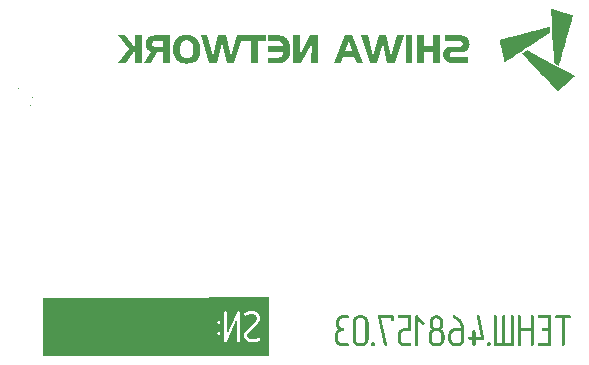
<source format=gbo>
G04*
G04 #@! TF.GenerationSoftware,Altium Limited,Altium Designer,24.4.1 (13)*
G04*
G04 Layer_Color=16776960*
%FSLAX44Y44*%
%MOMM*%
G71*
G04*
G04 #@! TF.SameCoordinates,A288B9D6-13E1-428C-940A-BB186CF4840A*
G04*
G04*
G04 #@! TF.FilePolarity,Positive*
G04*
G01*
G75*
%ADD56R,14.1000X5.0000*%
G36*
X518111Y291067D02*
X518242Y289634D01*
X518372Y288332D01*
X518437Y286834D01*
X518242Y286639D01*
X517981Y286508D01*
X517069Y285857D01*
X516809Y285727D01*
X516027Y285206D01*
X515767Y285075D01*
X514855Y284424D01*
X514594Y284294D01*
X513683Y283643D01*
X513422Y283512D01*
X512510Y282861D01*
X512250Y282731D01*
X511729Y282340D01*
X511599D01*
X510687Y281689D01*
X510426Y281559D01*
X509515Y280907D01*
X509254Y280777D01*
X508342Y280126D01*
X508082Y279996D01*
X507300Y279475D01*
X507040Y279344D01*
X506128Y278693D01*
X505867Y278563D01*
X504956Y277911D01*
X504695Y277781D01*
X503783Y277130D01*
X503523Y277000D01*
X500853Y275241D01*
X499290Y274199D01*
X497857Y273288D01*
X494731Y271203D01*
X493689Y270552D01*
X491344Y268989D01*
X489911Y268077D01*
X486785Y265993D01*
X485743Y265342D01*
X482617Y263258D01*
X481184Y262346D01*
X480403Y261825D01*
X479817Y261499D01*
X479621Y262086D01*
X479426Y262932D01*
X479165Y263974D01*
X479035Y264625D01*
X478774Y265668D01*
X478644Y266319D01*
X478253Y267882D01*
X478123Y268533D01*
X477732Y270096D01*
X477602Y270748D01*
X477211Y272311D01*
X477081Y272962D01*
X476821Y274004D01*
X476690Y274655D01*
X476300Y276218D01*
X476169Y276870D01*
X475779Y278433D01*
X475648Y279084D01*
X475388Y280126D01*
X475323Y280321D01*
X475909Y280517D01*
X476821Y280777D01*
X478384Y281168D01*
X479295Y281428D01*
X480858Y281819D01*
X481770Y282080D01*
X483333Y282470D01*
X484245Y282731D01*
X485808Y283122D01*
X486720Y283382D01*
X488283Y283773D01*
X489195Y284034D01*
X490237Y284294D01*
X491149Y284555D01*
X492712Y284945D01*
X493623Y285206D01*
X495187Y285597D01*
X496098Y285857D01*
X497661Y286248D01*
X498573Y286508D01*
X500136Y286899D01*
X501048Y287160D01*
X502611Y287550D01*
X503523Y287811D01*
X505086Y288202D01*
X505998Y288462D01*
X507561Y288853D01*
X508473Y289113D01*
X510036Y289504D01*
X510947Y289765D01*
X512510Y290155D01*
X513422Y290416D01*
X514985Y290807D01*
X515897Y291067D01*
X517981Y291588D01*
X518111Y291067D01*
D02*
G37*
G36*
X520065Y306698D02*
X520782Y306502D01*
X522280Y306047D01*
X536868Y301488D01*
X537715Y301162D01*
X536673Y297515D01*
X536542Y296994D01*
X535500Y293347D01*
X535370Y292826D01*
X534067Y288267D01*
X533937Y287746D01*
X532895Y284099D01*
X532765Y283578D01*
X531723Y279930D01*
X531593Y279409D01*
X530551Y275762D01*
X530420Y275241D01*
X529378Y271594D01*
X529248Y271073D01*
X528467Y268338D01*
X528271Y267752D01*
X528206Y267687D01*
X528011Y266710D01*
X527815Y265993D01*
X527034Y263258D01*
X526903Y262737D01*
X525862Y259090D01*
X525666Y258634D01*
X521433Y260783D01*
X521303Y261304D01*
X521107Y266319D01*
X520195Y285466D01*
X519805Y293542D01*
X519674Y296538D01*
X519284Y304744D01*
X519218Y306893D01*
X519414Y306958D01*
X520065Y306698D01*
D02*
G37*
G36*
X72534Y244927D02*
X72505D01*
Y244956D01*
X72534D01*
Y244927D01*
D02*
G37*
G36*
X72417D02*
X72446D01*
Y244898D01*
X72388D01*
Y244956D01*
X72417D01*
Y244927D01*
D02*
G37*
G36*
X71686Y244869D02*
X71657D01*
Y244898D01*
Y244927D01*
X71686D01*
Y244869D01*
D02*
G37*
G36*
X71598Y244839D02*
X71569D01*
Y244869D01*
Y244898D01*
X71598D01*
Y244839D01*
D02*
G37*
G36*
X72476Y244810D02*
X72446D01*
Y244839D01*
X72476D01*
Y244810D01*
D02*
G37*
G36*
X71598Y244722D02*
X71569D01*
Y244751D01*
X71598D01*
Y244722D01*
D02*
G37*
G36*
X71715Y244488D02*
X71686D01*
Y244547D01*
Y244576D01*
X71715D01*
Y244488D01*
D02*
G37*
G36*
X72183Y244225D02*
Y244196D01*
Y244137D01*
X72154D01*
Y244283D01*
X72183D01*
Y244225D01*
D02*
G37*
G36*
X69492Y241621D02*
X69521D01*
Y241592D01*
X69492D01*
Y241563D01*
X69463D01*
Y241592D01*
X69433D01*
Y241621D01*
X69463D01*
Y241651D01*
X69492D01*
Y241621D01*
D02*
G37*
G36*
X69287Y241446D02*
X69258D01*
Y241475D01*
X69287D01*
Y241446D01*
D02*
G37*
G36*
X78034Y241709D02*
X78063D01*
Y241680D01*
X78092D01*
Y241534D01*
X78063D01*
Y241358D01*
X78004D01*
Y241592D01*
X77946D01*
Y241475D01*
X77917D01*
Y241534D01*
X77887D01*
Y241504D01*
X77858D01*
Y241475D01*
X77829D01*
Y241446D01*
X77800D01*
Y241417D01*
X77712D01*
Y241388D01*
X77683D01*
Y241446D01*
X77712D01*
Y241475D01*
X77741D01*
Y241504D01*
X77770D01*
Y241534D01*
X77800D01*
Y241563D01*
X77829D01*
Y241592D01*
X77858D01*
Y241651D01*
X77887D01*
Y241680D01*
X77917D01*
Y241709D01*
X77975D01*
Y241738D01*
X78034D01*
Y241709D01*
D02*
G37*
G36*
X77653Y241329D02*
X77624D01*
Y241358D01*
X77653D01*
Y241329D01*
D02*
G37*
G36*
X69433Y241212D02*
X69404D01*
Y241241D01*
X69433D01*
Y241212D01*
D02*
G37*
G36*
X77566Y241154D02*
X77536D01*
Y241124D01*
X77507D01*
Y241154D01*
Y241183D01*
X77566D01*
Y241154D01*
D02*
G37*
G36*
X77068Y241124D02*
X77039D01*
Y241154D01*
X77068D01*
Y241124D01*
D02*
G37*
G36*
X77098Y241036D02*
X77068D01*
Y241066D01*
X77098D01*
Y241036D01*
D02*
G37*
G36*
X69784D02*
X69755D01*
Y241066D01*
X69784D01*
Y241036D01*
D02*
G37*
G36*
X69229Y241066D02*
Y241036D01*
X69200D01*
Y241095D01*
X69229D01*
Y241066D01*
D02*
G37*
G36*
X78385Y241007D02*
X78355D01*
Y241036D01*
X78385D01*
Y241007D01*
D02*
G37*
G36*
X77449Y241095D02*
X77478D01*
Y241066D01*
X77449D01*
Y241007D01*
X77419D01*
Y240978D01*
Y240949D01*
X77390D01*
Y241124D01*
X77449D01*
Y241095D01*
D02*
G37*
G36*
X69287Y240861D02*
Y240832D01*
X69258D01*
Y240890D01*
X69287D01*
Y240861D01*
D02*
G37*
G36*
X76834Y240598D02*
X76805D01*
Y240627D01*
X76834D01*
Y240598D01*
D02*
G37*
G36*
X69580D02*
X69521D01*
Y240627D01*
X69580D01*
Y240598D01*
D02*
G37*
G36*
X70223Y240568D02*
X70194D01*
Y240598D01*
X70223D01*
Y240568D01*
D02*
G37*
G36*
X74085Y240539D02*
X74055D01*
Y240568D01*
X74085D01*
Y240539D01*
D02*
G37*
G36*
X69404D02*
X69375D01*
Y240568D01*
X69346D01*
Y240598D01*
X69375D01*
Y240627D01*
X69404D01*
Y240539D01*
D02*
G37*
G36*
X68936Y240627D02*
X68966D01*
Y240539D01*
X68936D01*
Y240568D01*
X68907D01*
Y240598D01*
Y240627D01*
Y240715D01*
X68878D01*
Y240773D01*
X68936D01*
Y240627D01*
D02*
G37*
G36*
X69463Y240598D02*
X69492D01*
Y240510D01*
X69463D01*
Y240539D01*
X69433D01*
Y240685D01*
X69463D01*
Y240598D01*
D02*
G37*
G36*
X74143Y240568D02*
X74172D01*
Y240481D01*
X74143D01*
Y240451D01*
X74114D01*
Y240510D01*
Y240539D01*
Y240598D01*
X74143D01*
Y240568D01*
D02*
G37*
G36*
X70282Y240422D02*
X70223D01*
Y240393D01*
X70165D01*
Y240422D01*
X70194D01*
Y240451D01*
X70282D01*
Y240422D01*
D02*
G37*
G36*
X68468D02*
Y240364D01*
X68439D01*
Y240393D01*
X68410D01*
Y240451D01*
X68468D01*
Y240422D01*
D02*
G37*
G36*
X77068Y240364D02*
X77010D01*
Y240334D01*
X76981D01*
Y240364D01*
X76951D01*
Y240393D01*
X77068D01*
Y240364D01*
D02*
G37*
G36*
X76951Y240276D02*
X76922D01*
Y240247D01*
X76893D01*
Y240276D01*
X76863D01*
Y240305D01*
X76893D01*
Y240334D01*
X76951D01*
Y240276D01*
D02*
G37*
G36*
X76863Y240188D02*
X76834D01*
Y240159D01*
X76805D01*
Y240188D01*
Y240217D01*
X76863D01*
Y240188D01*
D02*
G37*
G36*
X68351Y240100D02*
X68322D01*
Y240130D01*
Y240159D01*
X68351D01*
Y240100D01*
D02*
G37*
G36*
X76659Y239983D02*
X76630D01*
Y240013D01*
X76659D01*
Y239983D01*
D02*
G37*
G36*
X68263D02*
X68351D01*
Y239954D01*
X68380D01*
Y239837D01*
X68410D01*
Y239808D01*
X68439D01*
Y239749D01*
X68410D01*
Y239720D01*
X68351D01*
Y239749D01*
X68293D01*
Y239866D01*
Y239896D01*
X68263D01*
Y239925D01*
X68234D01*
Y240013D01*
X68263D01*
Y239983D01*
D02*
G37*
G36*
X76571Y239837D02*
X76542D01*
Y239808D01*
X76512D01*
Y239720D01*
Y239691D01*
Y239662D01*
X76483D01*
Y239866D01*
X76512D01*
Y239896D01*
X76571D01*
Y239837D01*
D02*
G37*
G36*
X68410Y239603D02*
X68351D01*
Y239662D01*
X68410D01*
Y239603D01*
D02*
G37*
G36*
X68322Y239545D02*
X68293D01*
Y239574D01*
X68322D01*
Y239545D01*
D02*
G37*
G36*
X68088Y239486D02*
X68059D01*
Y239515D01*
Y239545D01*
X68088D01*
Y239486D01*
D02*
G37*
G36*
X68117Y239369D02*
X68059D01*
Y239398D01*
Y239428D01*
X68117D01*
Y239369D01*
D02*
G37*
G36*
X70516Y239311D02*
X70487D01*
Y239340D01*
X70516D01*
Y239311D01*
D02*
G37*
G36*
X68146Y239223D02*
X68117D01*
Y239281D01*
X68146D01*
Y239223D01*
D02*
G37*
G36*
X67415Y239311D02*
X67444D01*
Y239194D01*
X67415D01*
Y239281D01*
Y239311D01*
X67386D01*
Y239340D01*
X67415D01*
Y239311D01*
D02*
G37*
G36*
X74377Y239047D02*
X74348D01*
Y239077D01*
X74377D01*
Y239047D01*
D02*
G37*
G36*
X75635Y238901D02*
X75606D01*
Y238930D01*
X75635D01*
Y238901D01*
D02*
G37*
G36*
X70633Y238725D02*
X70662D01*
Y238638D01*
X70633D01*
Y238667D01*
Y238696D01*
X70604D01*
Y238755D01*
X70633D01*
Y238725D01*
D02*
G37*
G36*
X75284Y238404D02*
X75255D01*
Y238433D01*
X75225D01*
Y238462D01*
Y238491D01*
X75284D01*
Y238404D01*
D02*
G37*
G36*
X74962Y238316D02*
Y238287D01*
X74904D01*
Y238316D01*
X74933D01*
Y238345D01*
X74962D01*
Y238316D01*
D02*
G37*
G36*
Y238199D02*
X74933D01*
Y238228D01*
X74962D01*
Y238199D01*
D02*
G37*
G36*
X74904D02*
X74933D01*
Y238141D01*
X74904D01*
Y238199D01*
X74845D01*
Y238170D01*
X74816D01*
Y238228D01*
X74845D01*
Y238258D01*
X74904D01*
Y238199D01*
D02*
G37*
G36*
X74436Y238141D02*
X74406D01*
Y238170D01*
X74436D01*
Y238141D01*
D02*
G37*
G36*
X74904Y238082D02*
X74874D01*
Y238111D01*
X74904D01*
Y238082D01*
D02*
G37*
G36*
X74816D02*
X74787D01*
Y238111D01*
X74816D01*
Y238082D01*
D02*
G37*
G36*
X74787Y238053D02*
X74728D01*
Y238082D01*
X74787D01*
Y238053D01*
D02*
G37*
G36*
X74728Y237965D02*
X74699D01*
Y237936D01*
X74670D01*
Y237965D01*
Y237994D01*
X74728D01*
Y237965D01*
D02*
G37*
G36*
X74611Y237936D02*
X74553D01*
Y237965D01*
X74582D01*
Y237994D01*
X74611D01*
Y237936D01*
D02*
G37*
G36*
X74465Y237994D02*
Y237936D01*
X74436D01*
Y238023D01*
X74465D01*
Y237994D01*
D02*
G37*
G36*
X77770Y237556D02*
X77741D01*
Y237526D01*
X77712D01*
Y237556D01*
X77683D01*
Y237585D01*
X77770D01*
Y237556D01*
D02*
G37*
G36*
X510296Y265277D02*
X524624Y257722D01*
X536477Y251470D01*
X537128Y251079D01*
X537259D01*
X538691Y250298D01*
X539278Y249972D01*
X538040Y248734D01*
X537780Y248604D01*
X536738Y247562D01*
X536477Y247432D01*
X535305Y246260D01*
X535044Y246129D01*
X533872Y244957D01*
X533612Y244827D01*
X532439Y243655D01*
X532179Y243524D01*
X531007Y242352D01*
X530746Y242222D01*
X529704Y241180D01*
X529444Y241049D01*
X528271Y239877D01*
X528011Y239747D01*
X526838Y238575D01*
X526578Y238444D01*
X525406Y237272D01*
X524884Y237012D01*
X523256Y238640D01*
X523126Y238900D01*
X520651Y241375D01*
X520521Y241636D01*
X518046Y244110D01*
X517916Y244371D01*
X515311Y246976D01*
X515181Y247236D01*
X512706Y249711D01*
X512575Y249972D01*
X509970Y252577D01*
X509840Y252838D01*
X507365Y255312D01*
X507235Y255573D01*
X504760Y258048D01*
X504630Y258308D01*
X502025Y260913D01*
X501895Y261174D01*
X499420Y263649D01*
X499290Y263909D01*
X496684Y266514D01*
X496554Y266775D01*
X494600Y268729D01*
X494731Y268989D01*
X494926Y269184D01*
X495187Y269315D01*
X497010Y270617D01*
X497271Y270748D01*
X497531Y271008D01*
X497792Y271138D01*
X498443Y271529D01*
X510296Y265277D01*
D02*
G37*
G36*
X74962Y235654D02*
X74991D01*
Y235625D01*
X75021D01*
Y235537D01*
X74991D01*
Y235596D01*
X74933D01*
Y235508D01*
X74904D01*
Y235537D01*
Y235683D01*
X74962D01*
Y235654D01*
D02*
G37*
G36*
X77185Y235215D02*
X77156D01*
Y235274D01*
X77185D01*
Y235215D01*
D02*
G37*
G36*
X71744Y234455D02*
X71715D01*
Y234484D01*
X71744D01*
Y234455D01*
D02*
G37*
G36*
X76951Y234338D02*
Y234308D01*
Y234250D01*
X76922D01*
Y234221D01*
X76893D01*
Y234308D01*
X76922D01*
Y234396D01*
X76951D01*
Y234338D01*
D02*
G37*
G36*
X71510Y234133D02*
X71452D01*
Y234162D01*
X71510D01*
Y234133D01*
D02*
G37*
G36*
X71861Y233928D02*
X71832D01*
Y233899D01*
X71803D01*
Y233958D01*
X71832D01*
Y233987D01*
X71861D01*
Y233928D01*
D02*
G37*
G36*
X71803Y233870D02*
X71774D01*
Y233841D01*
X71744D01*
Y233811D01*
X71686D01*
Y233841D01*
X71715D01*
Y233870D01*
X71744D01*
Y233899D01*
X71803D01*
Y233870D01*
D02*
G37*
G36*
X71452Y234045D02*
X71481D01*
Y234074D01*
X71569D01*
Y234016D01*
X71481D01*
Y233958D01*
X71510D01*
Y233899D01*
X71423D01*
Y233811D01*
X71364D01*
Y233782D01*
X71306D01*
Y233724D01*
X71247D01*
Y233753D01*
X71189D01*
Y233782D01*
X71247D01*
Y233811D01*
X71276D01*
Y233841D01*
X71247D01*
Y233870D01*
X71218D01*
Y233841D01*
X71159D01*
Y233870D01*
X71189D01*
Y233899D01*
X71218D01*
Y233928D01*
X71247D01*
Y233958D01*
X71276D01*
Y233987D01*
X71306D01*
Y234016D01*
X71335D01*
Y234045D01*
X71364D01*
Y234074D01*
X71393D01*
Y234104D01*
X71423D01*
Y234133D01*
X71452D01*
Y234045D01*
D02*
G37*
G36*
X71686Y233724D02*
X71657D01*
Y233694D01*
X71598D01*
Y233724D01*
X71627D01*
Y233753D01*
X71657D01*
Y233782D01*
X71686D01*
Y233724D01*
D02*
G37*
G36*
X71189Y233694D02*
X71218D01*
Y233665D01*
X71159D01*
Y233636D01*
X71130D01*
Y233665D01*
X71101D01*
Y233694D01*
X71130D01*
Y233724D01*
X71189D01*
Y233694D01*
D02*
G37*
G36*
X68995Y232700D02*
X68966D01*
Y232641D01*
X68936D01*
Y232729D01*
X68995D01*
Y232700D01*
D02*
G37*
G36*
X68966Y232319D02*
Y232290D01*
X68936D01*
Y232378D01*
X68966D01*
Y232319D01*
D02*
G37*
G36*
X82480Y232232D02*
X82421D01*
Y232261D01*
X82480D01*
Y232232D01*
D02*
G37*
G36*
X82626Y232173D02*
X82568D01*
Y232202D01*
X82626D01*
Y232173D01*
D02*
G37*
G36*
X82392D02*
X82451D01*
Y232144D01*
X82480D01*
Y232115D01*
X82334D01*
Y232202D01*
X82275D01*
Y232232D01*
X82392D01*
Y232173D01*
D02*
G37*
G36*
X82246Y232144D02*
X82304D01*
Y232115D01*
X82334D01*
Y232056D01*
X82304D01*
Y232027D01*
X82275D01*
Y231998D01*
X82246D01*
Y231968D01*
X82217D01*
Y231939D01*
X82187D01*
Y231910D01*
X82158D01*
Y231968D01*
X82187D01*
Y231998D01*
X82217D01*
Y232027D01*
X82246D01*
Y232085D01*
X82070D01*
Y232056D01*
X82012D01*
Y232144D01*
X82070D01*
Y232115D01*
X82187D01*
Y232144D01*
X82158D01*
Y232202D01*
X82246D01*
Y232144D01*
D02*
G37*
G36*
X81924Y232085D02*
X81836D01*
Y232115D01*
X81924D01*
Y232085D01*
D02*
G37*
G36*
X80783Y232056D02*
X80695D01*
Y232085D01*
X80783D01*
Y232056D01*
D02*
G37*
G36*
X82392Y232027D02*
X82363D01*
Y232056D01*
X82392D01*
Y232027D01*
D02*
G37*
G36*
X81953Y231998D02*
X81895D01*
Y232027D01*
X81953D01*
Y231998D01*
D02*
G37*
G36*
X81749Y232085D02*
X81836D01*
Y232056D01*
X81690D01*
Y232027D01*
X81661D01*
Y231998D01*
X81544D01*
Y232027D01*
Y232056D01*
X81573D01*
Y232085D01*
X81719D01*
Y232115D01*
X81749D01*
Y232085D01*
D02*
G37*
G36*
X81456Y231968D02*
X81368D01*
Y231998D01*
X81456D01*
Y231968D01*
D02*
G37*
G36*
X81251Y231939D02*
X81105D01*
Y231968D01*
X81251D01*
Y231939D01*
D02*
G37*
G36*
X82421Y231881D02*
X82392D01*
Y231910D01*
X82421D01*
Y231881D01*
D02*
G37*
G36*
X80842D02*
X80695D01*
Y231910D01*
X80842D01*
Y231881D01*
D02*
G37*
G36*
X79438D02*
X79379D01*
Y231910D01*
X79438D01*
Y231881D01*
D02*
G37*
G36*
X82275D02*
Y231851D01*
X82217D01*
Y231910D01*
X82275D01*
Y231881D01*
D02*
G37*
G36*
X82129Y231851D02*
X82100D01*
Y231881D01*
X82129D01*
Y231851D01*
D02*
G37*
G36*
X82100Y231822D02*
X82070D01*
Y231851D01*
X82100D01*
Y231822D01*
D02*
G37*
G36*
X81983D02*
X81924D01*
Y231851D01*
X81983D01*
Y231822D01*
D02*
G37*
G36*
X82889Y231764D02*
X82860D01*
Y231793D01*
X82889D01*
Y231764D01*
D02*
G37*
G36*
X80754D02*
X80725D01*
Y231734D01*
X80608D01*
Y231705D01*
X80432D01*
Y231617D01*
X80666D01*
Y231588D01*
X80315D01*
Y231559D01*
X80286D01*
Y231530D01*
X80023D01*
Y231500D01*
X79935D01*
Y231471D01*
X79672D01*
Y231500D01*
X79701D01*
Y231530D01*
X79759D01*
Y231588D01*
X79701D01*
Y231617D01*
X79847D01*
Y231588D01*
X79876D01*
Y231559D01*
X79935D01*
Y231588D01*
X79964D01*
Y231647D01*
X80052D01*
Y231617D01*
X80081D01*
Y231588D01*
X80169D01*
Y231559D01*
X80198D01*
Y231588D01*
X80227D01*
Y231617D01*
X80198D01*
Y231676D01*
X80257D01*
Y231705D01*
X80286D01*
Y231734D01*
X80374D01*
Y231764D01*
X80462D01*
Y231734D01*
X80520D01*
Y231793D01*
X80608D01*
Y231764D01*
X80637D01*
Y231793D01*
X80754D01*
Y231764D01*
D02*
G37*
G36*
X80344Y231822D02*
X80227D01*
Y231793D01*
X80169D01*
Y231764D01*
X80081D01*
Y231734D01*
X79906D01*
Y231705D01*
X79730D01*
Y231734D01*
X79672D01*
Y231705D01*
X79145D01*
Y231676D01*
X78940D01*
Y231647D01*
X78853D01*
Y231617D01*
X78794D01*
Y231647D01*
X78736D01*
Y231617D01*
X78502D01*
Y231588D01*
X78414D01*
Y231617D01*
X78385D01*
Y231647D01*
X78092D01*
Y231617D01*
X78004D01*
Y231647D01*
X78063D01*
Y231676D01*
X78180D01*
Y231705D01*
X78238D01*
Y231734D01*
X78326D01*
Y231705D01*
X78355D01*
Y231676D01*
X78502D01*
Y231647D01*
X78531D01*
Y231705D01*
X78502D01*
Y231764D01*
X78765D01*
Y231734D01*
X78970D01*
Y231764D01*
X78940D01*
Y231793D01*
X79145D01*
Y231822D01*
X79174D01*
Y231793D01*
X79262D01*
Y231822D01*
X79291D01*
Y231851D01*
X79525D01*
Y231822D01*
X79438D01*
Y231764D01*
X79584D01*
Y231793D01*
X79935D01*
Y231822D01*
X79994D01*
Y231851D01*
X80344D01*
Y231822D01*
D02*
G37*
G36*
X82012Y231734D02*
X81983D01*
Y231764D01*
X82012D01*
Y231734D01*
D02*
G37*
G36*
X82860D02*
X82831D01*
Y231705D01*
X82802D01*
Y231734D01*
X82743D01*
Y231705D01*
X82568D01*
Y231676D01*
X82538D01*
Y231647D01*
X82421D01*
Y231705D01*
X82451D01*
Y231734D01*
X82685D01*
Y231764D01*
X82860D01*
Y231734D01*
D02*
G37*
G36*
X80198Y231705D02*
X80111D01*
Y231734D01*
X80198D01*
Y231705D01*
D02*
G37*
G36*
X77858Y231647D02*
X77917D01*
Y231617D01*
X77800D01*
Y231647D01*
X77770D01*
Y231676D01*
X77858D01*
Y231647D01*
D02*
G37*
G36*
X80813Y231617D02*
X80783D01*
Y231588D01*
X80695D01*
Y231617D01*
X80666D01*
Y231647D01*
X80813D01*
Y231617D01*
D02*
G37*
G36*
X78004Y231588D02*
X77946D01*
Y231617D01*
X78004D01*
Y231588D01*
D02*
G37*
G36*
X72534D02*
X72505D01*
Y231647D01*
X72534D01*
Y231588D01*
D02*
G37*
G36*
X79467Y231530D02*
X79496D01*
Y231500D01*
X79438D01*
Y231530D01*
Y231559D01*
X79467D01*
Y231530D01*
D02*
G37*
G36*
X79116Y231500D02*
X79087D01*
Y231530D01*
X79116D01*
Y231500D01*
D02*
G37*
G36*
X77653Y231559D02*
X77683D01*
Y231500D01*
X77449D01*
Y231530D01*
X77566D01*
Y231559D01*
X77595D01*
Y231588D01*
X77653D01*
Y231559D01*
D02*
G37*
G36*
X77390Y231471D02*
X77302D01*
Y231500D01*
X77390D01*
Y231471D01*
D02*
G37*
G36*
X77273Y231559D02*
X77302D01*
Y231530D01*
X77215D01*
Y231500D01*
X76981D01*
Y231471D01*
X76863D01*
Y231500D01*
X76805D01*
Y231471D01*
X76600D01*
Y231442D01*
X76512D01*
Y231500D01*
X76717D01*
Y231530D01*
X76981D01*
Y231559D01*
X77098D01*
Y231588D01*
X77273D01*
Y231559D01*
D02*
G37*
G36*
X80900Y231413D02*
X80871D01*
Y231442D01*
Y231471D01*
X80900D01*
Y231413D01*
D02*
G37*
G36*
X77975Y231442D02*
Y231413D01*
X77946D01*
Y231471D01*
X77975D01*
Y231442D01*
D02*
G37*
G36*
X77127Y231413D02*
X77039D01*
Y231442D01*
X77098D01*
Y231471D01*
X77127D01*
Y231413D01*
D02*
G37*
G36*
X82480Y231383D02*
X82451D01*
Y231413D01*
X82480D01*
Y231383D01*
D02*
G37*
G36*
X76893D02*
X76776D01*
Y231413D01*
X76893D01*
Y231383D01*
D02*
G37*
G36*
X81866Y231354D02*
X81836D01*
Y231383D01*
X81866D01*
Y231354D01*
D02*
G37*
G36*
X76425Y231442D02*
X76483D01*
Y231413D01*
Y231354D01*
X76454D01*
Y231383D01*
X76337D01*
Y231413D01*
X76366D01*
Y231442D01*
X76396D01*
Y231471D01*
X76425D01*
Y231442D01*
D02*
G37*
G36*
X76279Y231354D02*
X76220D01*
Y231383D01*
X76279D01*
Y231354D01*
D02*
G37*
G36*
X76161D02*
X76103D01*
Y231383D01*
X76161D01*
Y231354D01*
D02*
G37*
G36*
X76659Y231325D02*
X76600D01*
Y231354D01*
X76571D01*
Y231383D01*
X76659D01*
Y231325D01*
D02*
G37*
G36*
X81544Y231354D02*
X81573D01*
Y231325D01*
X81544D01*
Y231296D01*
X81485D01*
Y231325D01*
X81456D01*
Y231354D01*
X81515D01*
Y231383D01*
X81544D01*
Y231354D01*
D02*
G37*
G36*
X81281Y231325D02*
X81251D01*
Y231296D01*
X81193D01*
Y231354D01*
X81281D01*
Y231325D01*
D02*
G37*
G36*
X76922Y231296D02*
X76863D01*
Y231354D01*
X76922D01*
Y231296D01*
D02*
G37*
G36*
X76366Y231325D02*
X76396D01*
Y231296D01*
X76308D01*
Y231354D01*
X76366D01*
Y231325D01*
D02*
G37*
G36*
X76191Y231266D02*
X76161D01*
Y231296D01*
X76191D01*
Y231266D01*
D02*
G37*
G36*
X80988Y231325D02*
X81105D01*
Y231266D01*
X81134D01*
Y231237D01*
X81017D01*
Y231266D01*
X80988D01*
Y231296D01*
X80900D01*
Y231266D01*
X80871D01*
Y231296D01*
X80842D01*
Y231325D01*
X80871D01*
Y231354D01*
X80988D01*
Y231325D01*
D02*
G37*
G36*
X81310Y231208D02*
X81281D01*
Y231237D01*
X81310D01*
Y231208D01*
D02*
G37*
G36*
X79789D02*
X79759D01*
Y231237D01*
X79789D01*
Y231208D01*
D02*
G37*
G36*
X76308D02*
X76279D01*
Y231237D01*
X76308D01*
Y231208D01*
D02*
G37*
G36*
X81251D02*
X81222D01*
Y231178D01*
X81193D01*
Y231237D01*
X81251D01*
Y231208D01*
D02*
G37*
G36*
X76512Y231237D02*
X76483D01*
Y231208D01*
X76454D01*
Y231178D01*
X76425D01*
Y231208D01*
X76396D01*
Y231237D01*
X76454D01*
Y231266D01*
X76512D01*
Y231237D01*
D02*
G37*
G36*
X76922Y231120D02*
X76863D01*
Y231149D01*
X76922D01*
Y231120D01*
D02*
G37*
G36*
X68497D02*
X68468D01*
Y231149D01*
X68497D01*
Y231120D01*
D02*
G37*
G36*
X76776Y231091D02*
Y231061D01*
X76747D01*
Y231091D01*
X76717D01*
Y231120D01*
X76776D01*
Y231091D01*
D02*
G37*
G36*
X68468Y231032D02*
X68439D01*
Y231061D01*
Y231120D01*
X68468D01*
Y231032D01*
D02*
G37*
G36*
X76776Y230915D02*
X76688D01*
Y230944D01*
X76776D01*
Y230915D01*
D02*
G37*
G36*
X76542D02*
X76512D01*
Y230886D01*
X76454D01*
Y230915D01*
X76483D01*
Y230944D01*
X76542D01*
Y230915D01*
D02*
G37*
G36*
X77185Y230857D02*
X77039D01*
Y230886D01*
X77068D01*
Y230915D01*
X77185D01*
Y230857D01*
D02*
G37*
G36*
X76863Y230886D02*
X76893D01*
Y230857D01*
X76834D01*
Y230915D01*
X76863D01*
Y230886D01*
D02*
G37*
G36*
X72681D02*
X72651D01*
Y230798D01*
Y230769D01*
Y230740D01*
X72622D01*
Y230915D01*
X72681D01*
Y230886D01*
D02*
G37*
G36*
X82919Y230711D02*
X82889D01*
Y230681D01*
X82860D01*
Y230711D01*
Y230740D01*
X82919D01*
Y230711D01*
D02*
G37*
G36*
X68468Y230564D02*
X68439D01*
Y230593D01*
X68468D01*
Y230564D01*
D02*
G37*
G36*
X72622Y230447D02*
X72564D01*
Y230476D01*
X72622D01*
Y230447D01*
D02*
G37*
G36*
X72476Y230418D02*
X72388D01*
Y230447D01*
X72476D01*
Y230418D01*
D02*
G37*
G36*
X68263D02*
X68205D01*
Y230447D01*
X68263D01*
Y230418D01*
D02*
G37*
G36*
X72388Y230213D02*
X72330D01*
Y230243D01*
X72388D01*
Y230213D01*
D02*
G37*
G36*
X71657D02*
X71598D01*
Y230243D01*
X71657D01*
Y230213D01*
D02*
G37*
G36*
X71744Y229833D02*
X71686D01*
Y229862D01*
X71744D01*
Y229833D01*
D02*
G37*
G36*
X82685Y229804D02*
X82655D01*
Y229833D01*
X82685D01*
Y229804D01*
D02*
G37*
G36*
X66889Y229950D02*
X66859D01*
Y229921D01*
X66830D01*
Y229862D01*
X66801D01*
Y229833D01*
X66772D01*
Y229804D01*
X66713D01*
Y229774D01*
X66655D01*
Y229804D01*
X66684D01*
Y229862D01*
X66742D01*
Y229891D01*
X66772D01*
Y229950D01*
X66801D01*
Y229979D01*
X66889D01*
Y229950D01*
D02*
G37*
G36*
X82743Y229716D02*
X82685D01*
Y229745D01*
X82743D01*
Y229716D01*
D02*
G37*
G36*
X66655Y229687D02*
X66596D01*
Y229745D01*
X66655D01*
Y229687D01*
D02*
G37*
G36*
X82626Y229570D02*
X82568D01*
Y229599D01*
X82597D01*
Y229628D01*
X82626D01*
Y229570D01*
D02*
G37*
G36*
X82538Y229365D02*
X82509D01*
Y229394D01*
X82538D01*
Y229365D01*
D02*
G37*
G36*
X82275Y229160D02*
X82246D01*
Y229131D01*
X82187D01*
Y229189D01*
X82217D01*
Y229219D01*
X82275D01*
Y229160D01*
D02*
G37*
G36*
X65835Y228868D02*
X65806D01*
Y228926D01*
X65835D01*
Y228868D01*
D02*
G37*
G36*
X82217Y228692D02*
X82187D01*
Y228663D01*
X82158D01*
Y228721D01*
X82217D01*
Y228692D01*
D02*
G37*
G36*
X66157Y228663D02*
X66099D01*
Y228692D01*
X66128D01*
Y228721D01*
X66157D01*
Y228663D01*
D02*
G37*
G36*
X66099Y228634D02*
X66069D01*
Y228663D01*
X66099D01*
Y228634D01*
D02*
G37*
G36*
X65748D02*
X65777D01*
Y228604D01*
X65718D01*
Y228663D01*
X65748D01*
Y228634D01*
D02*
G37*
G36*
X65835Y228487D02*
X65806D01*
Y228517D01*
X65835D01*
Y228487D01*
D02*
G37*
G36*
X65865Y228136D02*
X65835D01*
Y228166D01*
X65865D01*
Y228136D01*
D02*
G37*
G36*
X78882Y228107D02*
X78619D01*
Y228136D01*
X78794D01*
Y228166D01*
X78882D01*
Y228107D01*
D02*
G37*
G36*
X65953D02*
X65923D01*
Y228136D01*
X65953D01*
Y228107D01*
D02*
G37*
G36*
X65397Y228078D02*
X65367D01*
Y228049D01*
X65338D01*
Y228107D01*
X65367D01*
Y228136D01*
X65397D01*
Y228078D01*
D02*
G37*
G36*
X65748Y228019D02*
X65718D01*
Y228049D01*
X65748D01*
Y228019D01*
D02*
G37*
G36*
X65280Y227990D02*
X65251D01*
Y228019D01*
X65280D01*
Y227990D01*
D02*
G37*
G36*
X77127Y227931D02*
X76981D01*
Y227961D01*
X77127D01*
Y227931D01*
D02*
G37*
G36*
X65689D02*
X65660D01*
Y227961D01*
X65689D01*
Y227931D01*
D02*
G37*
G36*
X65484Y227815D02*
X65455D01*
Y227844D01*
X65484D01*
Y227815D01*
D02*
G37*
G36*
X76396Y227785D02*
X76366D01*
Y227844D01*
X76396D01*
Y227785D01*
D02*
G37*
G36*
X65397Y227756D02*
X65367D01*
Y227727D01*
X65338D01*
Y227668D01*
X65251D01*
Y227727D01*
X65280D01*
Y227756D01*
X65309D01*
Y227785D01*
X65367D01*
Y227815D01*
X65397D01*
Y227756D01*
D02*
G37*
G36*
X65251Y227639D02*
X65192D01*
Y227668D01*
X65251D01*
Y227639D01*
D02*
G37*
G36*
X81251Y227142D02*
X81222D01*
Y227200D01*
X81251D01*
Y227142D01*
D02*
G37*
G36*
X79145D02*
X79116D01*
Y227171D01*
X79145D01*
Y227142D01*
D02*
G37*
G36*
X79174Y227083D02*
X79204D01*
Y227054D01*
X79174D01*
Y226966D01*
X79145D01*
Y226996D01*
X79116D01*
Y227054D01*
X79087D01*
Y227113D01*
X79116D01*
Y227083D01*
X79145D01*
Y227113D01*
X79174D01*
Y227083D01*
D02*
G37*
G36*
X76483Y227054D02*
X76454D01*
Y227113D01*
X76483D01*
Y227054D01*
D02*
G37*
G36*
X76396Y227113D02*
Y227083D01*
Y227054D01*
X76366D01*
Y227200D01*
X76396D01*
Y227113D01*
D02*
G37*
G36*
X79087Y226996D02*
Y226966D01*
Y226937D01*
X79057D01*
Y226908D01*
X79028D01*
Y226849D01*
X78999D01*
Y226820D01*
X78970D01*
Y226879D01*
X78999D01*
Y226996D01*
X79028D01*
Y227025D01*
X79087D01*
Y226996D01*
D02*
G37*
G36*
X76512Y226879D02*
Y226849D01*
Y226820D01*
X76483D01*
Y226937D01*
X76512D01*
Y226879D01*
D02*
G37*
G36*
X64782Y226820D02*
X64753D01*
Y226849D01*
X64782D01*
Y226820D01*
D02*
G37*
G36*
X78970Y226761D02*
X78940D01*
Y226791D01*
X78970D01*
Y226761D01*
D02*
G37*
G36*
X72710Y226732D02*
X72681D01*
Y226761D01*
X72710D01*
Y226732D01*
D02*
G37*
G36*
X78911Y226674D02*
X78882D01*
Y226703D01*
Y226732D01*
X78911D01*
Y226674D01*
D02*
G37*
G36*
X78677Y226352D02*
Y226323D01*
X78648D01*
Y226381D01*
X78677D01*
Y226352D01*
D02*
G37*
G36*
X64431D02*
X64402D01*
Y226323D01*
X64373D01*
Y226294D01*
X64344D01*
Y226352D01*
X64373D01*
Y226381D01*
X64402D01*
Y226410D01*
X64431D01*
Y226352D01*
D02*
G37*
G36*
X78765Y226264D02*
X78736D01*
Y226294D01*
Y226381D01*
X78765D01*
Y226264D01*
D02*
G37*
G36*
X78648Y226235D02*
X78619D01*
Y226264D01*
Y226294D01*
X78648D01*
Y226235D01*
D02*
G37*
G36*
X78736Y226206D02*
X78706D01*
Y226264D01*
X78736D01*
Y226206D01*
D02*
G37*
G36*
X78648Y226001D02*
X78619D01*
Y226030D01*
X78648D01*
Y226001D01*
D02*
G37*
G36*
X78882Y225972D02*
Y225942D01*
X78853D01*
Y226001D01*
X78882D01*
Y225972D01*
D02*
G37*
G36*
X78706Y225884D02*
X78648D01*
Y225913D01*
X78706D01*
Y225884D01*
D02*
G37*
G36*
X78619Y225825D02*
X78560D01*
Y225884D01*
X78619D01*
Y225825D01*
D02*
G37*
G36*
X78648Y225767D02*
X78619D01*
Y225796D01*
X78648D01*
Y225767D01*
D02*
G37*
G36*
X78853Y225796D02*
X78794D01*
Y225738D01*
X78765D01*
Y225679D01*
X78736D01*
Y225591D01*
X78706D01*
Y225562D01*
X78677D01*
Y225504D01*
X78648D01*
Y225533D01*
X78619D01*
Y225562D01*
X78648D01*
Y225650D01*
X78619D01*
Y225679D01*
X78677D01*
Y225708D01*
X78706D01*
Y225767D01*
X78736D01*
Y225855D01*
X78765D01*
Y225884D01*
Y225913D01*
X78853D01*
Y225796D01*
D02*
G37*
G36*
X78619Y225504D02*
X78589D01*
Y225533D01*
X78619D01*
Y225504D01*
D02*
G37*
G36*
X78502D02*
X78472D01*
Y225533D01*
X78502D01*
Y225504D01*
D02*
G37*
G36*
X78472Y225387D02*
X78443D01*
Y225416D01*
X78472D01*
Y225387D01*
D02*
G37*
G36*
X78297D02*
X78268D01*
Y225416D01*
X78297D01*
Y225387D01*
D02*
G37*
G36*
X72359Y225416D02*
Y225357D01*
X72300D01*
Y225445D01*
X72359D01*
Y225416D01*
D02*
G37*
G36*
X78414Y225270D02*
X78385D01*
Y225299D01*
Y225328D01*
X78414D01*
Y225270D01*
D02*
G37*
G36*
X71949Y225299D02*
Y225270D01*
X71920D01*
Y225328D01*
X71949D01*
Y225299D01*
D02*
G37*
G36*
X64929Y225182D02*
X64900D01*
Y225211D01*
X64929D01*
Y225182D01*
D02*
G37*
G36*
X78531Y225240D02*
X78502D01*
Y225153D01*
X78472D01*
Y225270D01*
X78531D01*
Y225240D01*
D02*
G37*
G36*
X78238Y225328D02*
X78268D01*
Y225299D01*
X78297D01*
Y225240D01*
X78385D01*
Y225211D01*
X78355D01*
Y225182D01*
X78297D01*
Y225153D01*
X78326D01*
Y225094D01*
X78297D01*
Y225036D01*
X78268D01*
Y225153D01*
X78238D01*
Y225211D01*
X78268D01*
Y225270D01*
X78238D01*
Y225299D01*
X78180D01*
Y225270D01*
X78209D01*
Y225240D01*
X78151D01*
Y225182D01*
X78180D01*
Y225153D01*
X78151D01*
Y225036D01*
X78180D01*
Y225006D01*
X78151D01*
Y225036D01*
X78121D01*
Y225065D01*
X78063D01*
Y224919D01*
X78034D01*
Y224802D01*
X78063D01*
Y224772D01*
X78034D01*
Y224802D01*
X78004D01*
Y224743D01*
X77975D01*
Y224714D01*
X77946D01*
Y224597D01*
X77917D01*
Y224568D01*
X77887D01*
Y224421D01*
X77917D01*
Y224451D01*
X77975D01*
Y224392D01*
X77946D01*
Y224363D01*
X77887D01*
Y224421D01*
X77858D01*
Y224392D01*
X77829D01*
Y224334D01*
X77800D01*
Y224304D01*
X77858D01*
Y224246D01*
X77741D01*
Y224334D01*
X77770D01*
Y224363D01*
X77741D01*
Y224421D01*
X77770D01*
Y224568D01*
X77800D01*
Y224626D01*
X77829D01*
Y224655D01*
X77858D01*
Y224685D01*
X77887D01*
Y224743D01*
X77917D01*
Y224802D01*
X77887D01*
Y224831D01*
X77946D01*
Y224860D01*
X77975D01*
Y224948D01*
X78004D01*
Y225094D01*
X78063D01*
Y225182D01*
X78121D01*
Y225211D01*
X78092D01*
Y225270D01*
X78121D01*
Y225299D01*
X78151D01*
Y225357D01*
X78180D01*
Y225387D01*
X78238D01*
Y225328D01*
D02*
G37*
G36*
X72300Y225065D02*
Y225036D01*
Y225006D01*
X72271D01*
Y225094D01*
X72300D01*
Y225065D01*
D02*
G37*
G36*
X78443D02*
X78414D01*
Y224977D01*
X78385D01*
Y224919D01*
X78355D01*
Y224889D01*
X78326D01*
Y224919D01*
X78297D01*
Y224977D01*
X78326D01*
Y225006D01*
X78355D01*
Y225065D01*
X78385D01*
Y225094D01*
X78414D01*
Y225123D01*
X78443D01*
Y225065D01*
D02*
G37*
G36*
X72271Y224919D02*
X72300D01*
Y224889D01*
X72271D01*
Y224919D01*
X72242D01*
Y224948D01*
Y224977D01*
X72271D01*
Y224919D01*
D02*
G37*
G36*
X78297Y224831D02*
X78268D01*
Y224860D01*
X78297D01*
Y224831D01*
D02*
G37*
G36*
X78034Y224538D02*
X78004D01*
Y224568D01*
X78034D01*
Y224538D01*
D02*
G37*
G36*
X73851Y224480D02*
X73821D01*
Y224509D01*
X73851D01*
Y224480D01*
D02*
G37*
G36*
X77712Y224187D02*
X77683D01*
Y224216D01*
X77712D01*
Y224187D01*
D02*
G37*
G36*
X73616Y223807D02*
X73558D01*
Y223836D01*
X73616D01*
Y223807D01*
D02*
G37*
G36*
X77683Y223573D02*
X77653D01*
Y223602D01*
X77683D01*
Y223573D01*
D02*
G37*
G36*
X74202Y223631D02*
X74231D01*
Y223573D01*
X74172D01*
Y223661D01*
X74202D01*
Y223631D01*
D02*
G37*
G36*
X77595Y223456D02*
X77566D01*
Y223485D01*
X77595D01*
Y223456D01*
D02*
G37*
G36*
X78004Y220209D02*
X77946D01*
Y220238D01*
X78004D01*
Y220209D01*
D02*
G37*
G36*
X71130Y219419D02*
X71072D01*
Y219449D01*
X71130D01*
Y219419D01*
D02*
G37*
G36*
X71042Y219390D02*
X70984D01*
Y219419D01*
X71042D01*
Y219390D01*
D02*
G37*
G36*
X70867D02*
X70808D01*
Y219419D01*
X70867D01*
Y219390D01*
D02*
G37*
G36*
X75196Y218191D02*
X75167D01*
Y218249D01*
Y218278D01*
X75196D01*
Y218191D01*
D02*
G37*
G36*
Y218103D02*
Y218074D01*
X75167D01*
Y218132D01*
X75196D01*
Y218103D01*
D02*
G37*
G36*
X280000Y12500D02*
X229000D01*
Y62500D01*
X280000D01*
Y12500D01*
D02*
G37*
G36*
X384889Y47277D02*
X385072Y47243D01*
X385255Y47177D01*
X385389Y47093D01*
X385522Y46993D01*
X385622Y46893D01*
X385705Y46777D01*
X385772Y46660D01*
X385872Y46410D01*
X385922Y46210D01*
Y46127D01*
X385938Y46060D01*
Y46027D01*
Y46010D01*
Y43278D01*
X385922Y43044D01*
X385872Y42844D01*
X385788Y42661D01*
X385705Y42528D01*
X385639Y42411D01*
X385555Y42328D01*
X385505Y42278D01*
X385489Y42261D01*
X385289Y42178D01*
X385105Y42111D01*
X384955Y42061D01*
X384839Y42028D01*
X384755Y42011D01*
X384689Y41995D01*
X384639D01*
X384439Y42011D01*
X384272Y42045D01*
X384106Y42095D01*
X383972Y42161D01*
X383856Y42228D01*
X383772Y42278D01*
X383722Y42311D01*
X383706Y42328D01*
X383589Y42478D01*
X383489Y42628D01*
X383422Y42778D01*
X383389Y42928D01*
X383356Y43078D01*
X383339Y43178D01*
Y43244D01*
Y43278D01*
Y44711D01*
X375224D01*
X380457Y22550D01*
X380507Y22300D01*
X380490Y22066D01*
X380440Y21867D01*
X380356Y21683D01*
X380273Y21533D01*
X380190Y21417D01*
X380107Y21333D01*
X380057Y21283D01*
X380040Y21267D01*
X379873Y21183D01*
X379723Y21117D01*
X379557Y21067D01*
X379423Y21033D01*
X379290Y21017D01*
X379190Y21000D01*
X379107D01*
X378390Y21233D01*
X378257Y21433D01*
X378140Y21583D01*
X378057Y21716D01*
X377990Y21833D01*
X377957Y21916D01*
X377924Y21966D01*
X377907Y22000D01*
Y22016D01*
X372425Y45727D01*
X372375Y46060D01*
X372392Y46260D01*
X372442Y46427D01*
X372492Y46577D01*
X372559Y46710D01*
X372642Y46810D01*
X372692Y46877D01*
X372742Y46927D01*
X372758Y46943D01*
X372908Y47060D01*
X373058Y47143D01*
X373208Y47210D01*
X373358Y47243D01*
X373492Y47277D01*
X373592Y47293D01*
X384655D01*
X384889Y47277D01*
D02*
G37*
G36*
X405467D02*
X405650Y47243D01*
X405800Y47177D01*
X405933Y47110D01*
X406033Y47043D01*
X406117Y46977D01*
X406167Y46943D01*
X406183Y46927D01*
X411682Y41411D01*
X411799Y41195D01*
X411882Y41012D01*
X411932Y40878D01*
X411965Y40762D01*
X411998Y40662D01*
X412015Y40612D01*
Y40578D01*
Y40562D01*
X411998Y40362D01*
X411965Y40178D01*
X411898Y40029D01*
X411832Y39895D01*
X411765Y39778D01*
X411698Y39695D01*
X411665Y39645D01*
X411648Y39629D01*
X411498Y39495D01*
X411349Y39412D01*
X411182Y39345D01*
X411032Y39295D01*
X410915Y39262D01*
X410799Y39245D01*
X410715D01*
X410532Y39262D01*
X410349Y39312D01*
X410199Y39362D01*
X410066Y39445D01*
X409966Y39512D01*
X409882Y39562D01*
X409832Y39612D01*
X409816Y39629D01*
X406567Y43444D01*
Y22283D01*
X406550Y22050D01*
X406500Y21833D01*
X406417Y21667D01*
X406333Y21516D01*
X406267Y21400D01*
X406183Y21317D01*
X406133Y21267D01*
X406117Y21250D01*
X405917Y21167D01*
X405733Y21100D01*
X405583Y21067D01*
X405467Y21033D01*
X405383Y21017D01*
X405317Y21000D01*
X405267D01*
X405067Y21017D01*
X404900Y21050D01*
X404734Y21100D01*
X404600Y21167D01*
X404484Y21233D01*
X404400Y21283D01*
X404350Y21317D01*
X404334Y21333D01*
X404217Y21483D01*
X404117Y21633D01*
X404050Y21783D01*
X404017Y21933D01*
X403984Y22083D01*
X403967Y22183D01*
Y22250D01*
Y22283D01*
Y46027D01*
X403984Y46227D01*
X404034Y46410D01*
X404100Y46560D01*
X404167Y46693D01*
X404250Y46810D01*
X404317Y46877D01*
X404367Y46927D01*
X404384Y46943D01*
X404534Y47060D01*
X404700Y47143D01*
X404850Y47210D01*
X404983Y47243D01*
X405100Y47277D01*
X405200Y47293D01*
X405284D01*
X405467Y47277D01*
D02*
G37*
G36*
X503208D02*
X503392Y47227D01*
X503542Y47160D01*
X503675Y47077D01*
X503792Y46993D01*
X503875Y46927D01*
X503925Y46877D01*
X503941Y46860D01*
X504058Y46693D01*
X504158Y46543D01*
X504225Y46393D01*
X504258Y46277D01*
X504291Y46160D01*
X504308Y46077D01*
Y46027D01*
Y46010D01*
Y22283D01*
X504291Y22050D01*
X504241Y21833D01*
X504158Y21667D01*
X504075Y21516D01*
X504008Y21400D01*
X503925Y21317D01*
X503875Y21267D01*
X503858Y21250D01*
X503658Y21167D01*
X503475Y21100D01*
X503325Y21067D01*
X503208Y21033D01*
X503125Y21017D01*
X503058Y21000D01*
X503008D01*
X502808Y21017D01*
X502642Y21050D01*
X502475Y21100D01*
X502342Y21167D01*
X502225Y21233D01*
X502142Y21283D01*
X502092Y21317D01*
X502075Y21333D01*
X501959Y21483D01*
X501859Y21633D01*
X501792Y21783D01*
X501759Y21933D01*
X501725Y22083D01*
X501709Y22183D01*
Y22250D01*
Y22283D01*
Y33747D01*
X493344D01*
Y22283D01*
X493328Y22050D01*
X493278Y21833D01*
X493194Y21667D01*
X493111Y21516D01*
X493044Y21400D01*
X492961Y21317D01*
X492911Y21267D01*
X492894Y21250D01*
X492694Y21167D01*
X492511Y21100D01*
X492361Y21067D01*
X492244Y21033D01*
X492161Y21017D01*
X492095Y21000D01*
X492045D01*
X491845Y21017D01*
X491678Y21050D01*
X491511Y21100D01*
X491378Y21167D01*
X491261Y21233D01*
X491178Y21283D01*
X491128Y21317D01*
X491111Y21333D01*
X490995Y21483D01*
X490895Y21633D01*
X490828Y21783D01*
X490795Y21933D01*
X490762Y22083D01*
X490745Y22183D01*
Y22250D01*
Y22283D01*
Y46010D01*
X490762Y46227D01*
X490812Y46410D01*
X490878Y46577D01*
X490961Y46710D01*
X491045Y46810D01*
X491111Y46877D01*
X491161Y46927D01*
X491178Y46943D01*
X491328Y47060D01*
X491495Y47143D01*
X491628Y47210D01*
X491761Y47243D01*
X491878Y47277D01*
X491961Y47293D01*
X492045D01*
X492244Y47277D01*
X492428Y47227D01*
X492578Y47160D01*
X492711Y47077D01*
X492828Y46993D01*
X492911Y46927D01*
X492961Y46877D01*
X492978Y46860D01*
X493094Y46693D01*
X493194Y46543D01*
X493261Y46393D01*
X493294Y46277D01*
X493328Y46160D01*
X493344Y46077D01*
Y46027D01*
Y46010D01*
Y36329D01*
X501709D01*
Y46010D01*
X501725Y46227D01*
X501775Y46410D01*
X501842Y46577D01*
X501925Y46710D01*
X502009Y46810D01*
X502075Y46877D01*
X502125Y46927D01*
X502142Y46943D01*
X502292Y47060D01*
X502459Y47143D01*
X502592Y47210D01*
X502725Y47243D01*
X502842Y47277D01*
X502925Y47293D01*
X503008D01*
X503208Y47277D01*
D02*
G37*
G36*
X458220Y47060D02*
X458353Y46943D01*
X458470Y46793D01*
X458553Y46660D01*
X458620Y46510D01*
X458670Y46393D01*
X458703Y46294D01*
X458720Y46227D01*
Y46194D01*
X462369Y27998D01*
X462385Y27765D01*
X462369Y27565D01*
X462336Y27382D01*
X462269Y27215D01*
X462202Y27082D01*
X462136Y26982D01*
X462069Y26899D01*
X462036Y26848D01*
X462019Y26832D01*
X461869Y26715D01*
X461719Y26632D01*
X461569Y26565D01*
X461419Y26532D01*
X461286Y26499D01*
X461186Y26482D01*
X455087D01*
Y22283D01*
X455071Y22050D01*
X455021Y21833D01*
X454937Y21667D01*
X454854Y21516D01*
X454787Y21400D01*
X454704Y21317D01*
X454654Y21267D01*
X454637Y21250D01*
X454437Y21167D01*
X454254Y21100D01*
X454104Y21067D01*
X453988Y21033D01*
X453904Y21017D01*
X453838Y21000D01*
X453788D01*
X453588Y21017D01*
X453421Y21050D01*
X453255Y21100D01*
X453121Y21167D01*
X453005Y21233D01*
X452921Y21283D01*
X452871Y21317D01*
X452855Y21333D01*
X452738Y21483D01*
X452638Y21633D01*
X452571Y21783D01*
X452538Y21933D01*
X452505Y22083D01*
X452488Y22183D01*
Y22250D01*
Y22283D01*
Y26482D01*
X450122D01*
X449905Y26499D01*
X449705Y26549D01*
X449556Y26615D01*
X449422Y26699D01*
X449305Y26765D01*
X449239Y26832D01*
X449189Y26882D01*
X449172Y26899D01*
X449056Y27048D01*
X448972Y27215D01*
X448906Y27365D01*
X448872Y27498D01*
X448839Y27615D01*
X448822Y27698D01*
Y27765D01*
Y27782D01*
X448839Y27948D01*
X448889Y28115D01*
X448956Y28265D01*
X449022Y28398D01*
X449106Y28498D01*
X449172Y28581D01*
X449222Y28631D01*
X449239Y28648D01*
X449389Y28781D01*
X449539Y28881D01*
X449689Y28965D01*
X449822Y29015D01*
X449955Y29048D01*
X450039Y29065D01*
X452488D01*
Y33280D01*
X452505Y33497D01*
X452555Y33680D01*
X452621Y33847D01*
X452705Y33980D01*
X452788Y34080D01*
X452855Y34147D01*
X452905Y34197D01*
X452921Y34213D01*
X453071Y34330D01*
X453238Y34413D01*
X453371Y34480D01*
X453504Y34513D01*
X453621Y34546D01*
X453704Y34563D01*
X453788D01*
X453988Y34546D01*
X454171Y34497D01*
X454321Y34430D01*
X454454Y34347D01*
X454571Y34263D01*
X454654Y34197D01*
X454704Y34147D01*
X454721Y34130D01*
X454837Y33963D01*
X454937Y33813D01*
X455004Y33663D01*
X455037Y33547D01*
X455071Y33430D01*
X455087Y33347D01*
Y33297D01*
Y33280D01*
Y29065D01*
X459586D01*
X456170Y45760D01*
X456137Y46060D01*
X456154Y46244D01*
X456204Y46427D01*
X456270Y46577D01*
X456337Y46710D01*
X456420Y46810D01*
X456487Y46877D01*
X456537Y46927D01*
X456554Y46943D01*
X456704Y47060D01*
X456870Y47143D01*
X457037Y47210D01*
X457170Y47243D01*
X457304Y47277D01*
X457403Y47293D01*
X457503D01*
X458220Y47060D01*
D02*
G37*
G36*
X486429Y47277D02*
X486613Y47227D01*
X486763Y47160D01*
X486896Y47077D01*
X487012Y46993D01*
X487096Y46927D01*
X487146Y46877D01*
X487163Y46860D01*
X487279Y46693D01*
X487379Y46543D01*
X487446Y46393D01*
X487479Y46277D01*
X487512Y46160D01*
X487529Y46077D01*
Y46027D01*
Y46010D01*
Y22283D01*
X487512Y22050D01*
X487479Y21867D01*
X487412Y21683D01*
X487329Y21550D01*
X487229Y21417D01*
X487129Y21317D01*
X487012Y21233D01*
X486879Y21167D01*
X486646Y21067D01*
X486446Y21017D01*
X486363D01*
X486296Y21000D01*
X471633D01*
X471400Y21017D01*
X471200Y21050D01*
X471033Y21117D01*
X470883Y21200D01*
X470750Y21300D01*
X470650Y21400D01*
X470567Y21516D01*
X470500Y21650D01*
X470400Y21883D01*
X470350Y22083D01*
X470334Y22166D01*
Y22233D01*
Y22266D01*
Y22283D01*
Y46010D01*
X470350Y46227D01*
X470400Y46410D01*
X470467Y46577D01*
X470550Y46710D01*
X470633Y46810D01*
X470700Y46877D01*
X470750Y46927D01*
X470767Y46943D01*
X470917Y47060D01*
X471083Y47143D01*
X471217Y47210D01*
X471350Y47243D01*
X471466Y47277D01*
X471550Y47293D01*
X471633D01*
X471833Y47277D01*
X472016Y47227D01*
X472166Y47160D01*
X472300Y47077D01*
X472416Y46993D01*
X472500Y46927D01*
X472550Y46877D01*
X472566Y46860D01*
X472683Y46693D01*
X472783Y46543D01*
X472850Y46393D01*
X472883Y46277D01*
X472916Y46160D01*
X472933Y46077D01*
Y46027D01*
Y46010D01*
Y23583D01*
X477648D01*
Y46010D01*
X477665Y46227D01*
X477715Y46410D01*
X477782Y46577D01*
X477865Y46710D01*
X477948Y46810D01*
X478015Y46877D01*
X478065Y46927D01*
X478082Y46943D01*
X478232Y47060D01*
X478398Y47143D01*
X478531Y47210D01*
X478665Y47243D01*
X478781Y47277D01*
X478865Y47293D01*
X478948D01*
X479148Y47277D01*
X479331Y47227D01*
X479481Y47160D01*
X479614Y47077D01*
X479731Y46993D01*
X479814Y46927D01*
X479864Y46877D01*
X479881Y46860D01*
X479998Y46693D01*
X480098Y46543D01*
X480164Y46393D01*
X480198Y46277D01*
X480231Y46160D01*
X480248Y46077D01*
Y46027D01*
Y46010D01*
Y23583D01*
X484930D01*
Y46010D01*
X484946Y46227D01*
X484996Y46410D01*
X485063Y46577D01*
X485146Y46710D01*
X485230Y46810D01*
X485296Y46877D01*
X485346Y46927D01*
X485363Y46943D01*
X485513Y47060D01*
X485680Y47143D01*
X485813Y47210D01*
X485946Y47243D01*
X486063Y47277D01*
X486146Y47293D01*
X486229D01*
X486429Y47277D01*
D02*
G37*
G36*
X534950D02*
X535150Y47210D01*
X535317Y47143D01*
X535450Y47043D01*
X535567Y46960D01*
X535633Y46877D01*
X535683Y46810D01*
X535700Y46793D01*
X535800Y46627D01*
X535867Y46460D01*
X535933Y46327D01*
X535967Y46227D01*
X535983Y46127D01*
X536000Y46060D01*
Y46027D01*
Y46010D01*
X535983Y45827D01*
X535950Y45644D01*
X535900Y45477D01*
X535833Y45344D01*
X535767Y45227D01*
X535717Y45144D01*
X535683Y45077D01*
X535667Y45061D01*
X535517Y44944D01*
X535367Y44861D01*
X535200Y44794D01*
X535050Y44761D01*
X534917Y44727D01*
X534817Y44711D01*
X530518D01*
Y22283D01*
X530501Y22050D01*
X530451Y21833D01*
X530368Y21667D01*
X530285Y21516D01*
X530218Y21400D01*
X530135Y21317D01*
X530085Y21267D01*
X530068Y21250D01*
X529868Y21167D01*
X529685Y21100D01*
X529535Y21067D01*
X529418Y21033D01*
X529335Y21017D01*
X529268Y21000D01*
X529218D01*
X529018Y21017D01*
X528852Y21050D01*
X528685Y21100D01*
X528552Y21167D01*
X528435Y21233D01*
X528352Y21283D01*
X528302Y21317D01*
X528285Y21333D01*
X528169Y21483D01*
X528069Y21633D01*
X528002Y21783D01*
X527969Y21933D01*
X527935Y22083D01*
X527919Y22183D01*
Y22250D01*
Y22283D01*
Y44711D01*
X523720D01*
X523503Y44727D01*
X523303Y44777D01*
X523153Y44844D01*
X523020Y44927D01*
X522903Y44994D01*
X522837Y45061D01*
X522787Y45111D01*
X522770Y45127D01*
X522653Y45277D01*
X522570Y45444D01*
X522504Y45594D01*
X522470Y45727D01*
X522437Y45844D01*
X522420Y45927D01*
Y45994D01*
Y46010D01*
X522437Y46177D01*
X522487Y46343D01*
X522553Y46494D01*
X522620Y46627D01*
X522703Y46727D01*
X522770Y46810D01*
X522820Y46860D01*
X522837Y46877D01*
X522987Y47010D01*
X523137Y47110D01*
X523287Y47193D01*
X523420Y47243D01*
X523553Y47277D01*
X523637Y47293D01*
X534717D01*
X534950Y47277D01*
D02*
G37*
G36*
X518155D02*
X518338Y47243D01*
X518521Y47177D01*
X518654Y47093D01*
X518788Y46993D01*
X518888Y46893D01*
X518971Y46777D01*
X519038Y46660D01*
X519138Y46410D01*
X519188Y46210D01*
Y46127D01*
X519204Y46060D01*
Y46027D01*
Y46010D01*
Y22283D01*
X519188Y22050D01*
X519154Y21867D01*
X519088Y21683D01*
X519004Y21550D01*
X518904Y21417D01*
X518804Y21317D01*
X518688Y21233D01*
X518554Y21167D01*
X518321Y21067D01*
X518121Y21017D01*
X518038D01*
X517971Y21000D01*
X508790D01*
X508574Y21017D01*
X508374Y21067D01*
X508224Y21133D01*
X508091Y21217D01*
X507974Y21283D01*
X507907Y21350D01*
X507857Y21400D01*
X507840Y21417D01*
X507724Y21567D01*
X507641Y21733D01*
X507574Y21883D01*
X507541Y22016D01*
X507507Y22133D01*
X507491Y22216D01*
Y22283D01*
Y22300D01*
X507507Y22466D01*
X507557Y22633D01*
X507624Y22783D01*
X507691Y22916D01*
X507774Y23016D01*
X507840Y23100D01*
X507891Y23149D01*
X507907Y23166D01*
X508057Y23299D01*
X508207Y23399D01*
X508357Y23483D01*
X508490Y23533D01*
X508624Y23566D01*
X508707Y23583D01*
X516605D01*
Y33747D01*
X512439D01*
X512223Y33763D01*
X512023Y33813D01*
X511873Y33880D01*
X511740Y33963D01*
X511623Y34030D01*
X511556Y34097D01*
X511506Y34147D01*
X511490Y34163D01*
X511373Y34313D01*
X511290Y34480D01*
X511223Y34630D01*
X511190Y34763D01*
X511156Y34880D01*
X511140Y34963D01*
Y35030D01*
Y35046D01*
X511156Y35213D01*
X511206Y35380D01*
X511273Y35530D01*
X511340Y35663D01*
X511423Y35763D01*
X511490Y35846D01*
X511540Y35896D01*
X511556Y35913D01*
X511706Y36046D01*
X511856Y36146D01*
X512006Y36229D01*
X512139Y36279D01*
X512273Y36313D01*
X512356Y36329D01*
X516605D01*
Y44711D01*
X508790D01*
X508574Y44727D01*
X508374Y44777D01*
X508224Y44844D01*
X508091Y44927D01*
X507974Y44994D01*
X507907Y45061D01*
X507857Y45111D01*
X507840Y45127D01*
X507724Y45277D01*
X507641Y45444D01*
X507574Y45594D01*
X507541Y45727D01*
X507507Y45844D01*
X507491Y45927D01*
Y45994D01*
Y46010D01*
X507507Y46177D01*
X507557Y46343D01*
X507624Y46494D01*
X507691Y46627D01*
X507774Y46727D01*
X507840Y46810D01*
X507891Y46860D01*
X507907Y46877D01*
X508057Y47010D01*
X508207Y47110D01*
X508357Y47193D01*
X508490Y47243D01*
X508624Y47277D01*
X508707Y47293D01*
X517921D01*
X518155Y47277D01*
D02*
G37*
G36*
X466518Y24449D02*
X466784Y24383D01*
X467001Y24266D01*
X467184Y24149D01*
X467334Y24033D01*
X467434Y23916D01*
X467501Y23849D01*
X467518Y23816D01*
X467668Y23583D01*
X467767Y23383D01*
X467851Y23199D01*
X467901Y23033D01*
X467934Y22916D01*
X467951Y22833D01*
Y22766D01*
Y22750D01*
X467934Y22500D01*
X467867Y22250D01*
X467801Y22033D01*
X467701Y21850D01*
X467617Y21683D01*
X467534Y21567D01*
X467484Y21500D01*
X467467Y21467D01*
X467284Y21317D01*
X467068Y21200D01*
X466868Y21117D01*
X466651Y21067D01*
X466484Y21033D01*
X466334Y21000D01*
X466201D01*
X465901Y21017D01*
X465635Y21083D01*
X465418Y21167D01*
X465235Y21283D01*
X465085Y21383D01*
X464985Y21467D01*
X464918Y21533D01*
X464902Y21550D01*
X464752Y21767D01*
X464635Y21983D01*
X464552Y22183D01*
X464485Y22366D01*
X464452Y22516D01*
X464435Y22650D01*
Y22716D01*
Y22750D01*
X464452Y22983D01*
X464518Y23199D01*
X464602Y23399D01*
X464702Y23583D01*
X464818Y23733D01*
X464902Y23833D01*
X464968Y23916D01*
X464985Y23933D01*
X465201Y24116D01*
X465401Y24249D01*
X465618Y24349D01*
X465801Y24416D01*
X465968Y24449D01*
X466085Y24483D01*
X466201D01*
X466518Y24449D01*
D02*
G37*
G36*
X437459Y47210D02*
X438175Y46893D01*
X438858Y46543D01*
X439491Y46160D01*
X440075Y45760D01*
X440624Y45344D01*
X441124Y44927D01*
X441591Y44494D01*
X441991Y44094D01*
X442374Y43694D01*
X442691Y43328D01*
X442957Y42994D01*
X443190Y42711D01*
X443357Y42461D01*
X443424Y42361D01*
X443490Y42278D01*
X443540Y42211D01*
X443557Y42161D01*
X443590Y42145D01*
Y42128D01*
X443940Y41511D01*
X444257Y40878D01*
X444523Y40262D01*
X444740Y39629D01*
X444940Y39012D01*
X445107Y38429D01*
X445240Y37862D01*
X445340Y37329D01*
X445423Y36829D01*
X445490Y36363D01*
X445523Y35963D01*
X445556Y35630D01*
X445573Y35480D01*
Y35346D01*
X445590Y35230D01*
Y35130D01*
Y35063D01*
Y35013D01*
Y34980D01*
Y34963D01*
Y26848D01*
X445573Y26399D01*
X445507Y25965D01*
X445423Y25549D01*
X445307Y25166D01*
X445173Y24782D01*
X445023Y24449D01*
X444857Y24132D01*
X444690Y23849D01*
X444523Y23583D01*
X444357Y23349D01*
X444207Y23149D01*
X444073Y22983D01*
X443957Y22850D01*
X443874Y22766D01*
X443807Y22700D01*
X443790Y22683D01*
X443440Y22383D01*
X443107Y22133D01*
X442741Y21900D01*
X442391Y21716D01*
X442057Y21550D01*
X441724Y21417D01*
X441391Y21300D01*
X441091Y21217D01*
X440808Y21133D01*
X440541Y21083D01*
X440325Y21050D01*
X440125Y21033D01*
X439958Y21017D01*
X439841Y21000D01*
X437908D01*
X437459Y21017D01*
X437025Y21067D01*
X436625Y21150D01*
X436226Y21267D01*
X435876Y21400D01*
X435526Y21533D01*
X435209Y21700D01*
X434926Y21850D01*
X434659Y22016D01*
X434426Y22166D01*
X434226Y22300D01*
X434059Y22433D01*
X433926Y22550D01*
X433843Y22633D01*
X433776Y22683D01*
X433759Y22700D01*
X433460Y23033D01*
X433193Y23366D01*
X432960Y23716D01*
X432760Y24066D01*
X432593Y24416D01*
X432460Y24766D01*
X432343Y25099D01*
X432260Y25415D01*
X432193Y25715D01*
X432127Y25982D01*
X432093Y26232D01*
X432077Y26432D01*
X432060Y26615D01*
X432043Y26748D01*
Y26815D01*
Y26848D01*
Y30498D01*
X432060Y30947D01*
X432110Y31381D01*
X432193Y31797D01*
X432310Y32181D01*
X432443Y32547D01*
X432593Y32880D01*
X432743Y33197D01*
X432893Y33497D01*
X433060Y33747D01*
X433210Y33980D01*
X433360Y34180D01*
X433493Y34347D01*
X433593Y34480D01*
X433693Y34563D01*
X433743Y34630D01*
X433759Y34646D01*
X434093Y34946D01*
X434426Y35213D01*
X434776Y35430D01*
X435126Y35630D01*
X435476Y35796D01*
X435826Y35930D01*
X436159Y36046D01*
X436475Y36130D01*
X436775Y36196D01*
X437059Y36263D01*
X437309Y36296D01*
X437509Y36313D01*
X437692Y36329D01*
X437808Y36346D01*
X442990D01*
X442974Y36646D01*
X442924Y36979D01*
X442840Y37329D01*
X442757Y37646D01*
X442674Y37946D01*
X442624Y38079D01*
X442591Y38179D01*
X442574Y38279D01*
X442541Y38346D01*
X442524Y38379D01*
Y38396D01*
X442341Y38879D01*
X442141Y39312D01*
X441957Y39712D01*
X441791Y40062D01*
X441707Y40212D01*
X441641Y40345D01*
X441574Y40445D01*
X441524Y40545D01*
X441491Y40628D01*
X441457Y40678D01*
X441424Y40712D01*
Y40728D01*
X441224Y41028D01*
X441024Y41295D01*
X440824Y41561D01*
X440641Y41795D01*
X440458Y42011D01*
X440275Y42228D01*
X440108Y42411D01*
X439941Y42578D01*
X439791Y42728D01*
X439658Y42861D01*
X439541Y42978D01*
X439441Y43061D01*
X439358Y43128D01*
X439291Y43194D01*
X439258Y43211D01*
X439241Y43228D01*
X439025Y43394D01*
X438808Y43561D01*
X438608Y43711D01*
X438392Y43861D01*
X438225Y43961D01*
X438075Y44061D01*
X437992Y44111D01*
X437958Y44127D01*
X437309Y44461D01*
X436909Y44644D01*
X436542Y44777D01*
X436376Y44877D01*
X436242Y44994D01*
X436126Y45077D01*
X436042Y45160D01*
X435976Y45244D01*
X435926Y45294D01*
X435892Y45327D01*
Y45344D01*
X435826Y45460D01*
X435792Y45560D01*
X435726Y45777D01*
Y45860D01*
X435709Y45927D01*
Y45977D01*
Y45994D01*
X435726Y46177D01*
X435759Y46343D01*
X435826Y46494D01*
X435876Y46627D01*
X435942Y46743D01*
X436009Y46827D01*
X436042Y46877D01*
X436059Y46893D01*
X436192Y47027D01*
X436342Y47127D01*
X436492Y47210D01*
X436642Y47260D01*
X436759Y47293D01*
X436859Y47310D01*
X436959D01*
X437459Y47210D01*
D02*
G37*
G36*
X423296Y47193D02*
X424312Y46893D01*
X424695Y46710D01*
X425045Y46510D01*
X425362Y46294D01*
X425645Y46094D01*
X425862Y45927D01*
X426028Y45777D01*
X426095Y45727D01*
X426145Y45677D01*
X426161Y45660D01*
X426178Y45644D01*
X426478Y45277D01*
X426745Y44911D01*
X426978Y44544D01*
X427178Y44177D01*
X427328Y43828D01*
X427478Y43478D01*
X427594Y43161D01*
X427678Y42844D01*
X427744Y42561D01*
X427811Y42295D01*
X427844Y42061D01*
X427861Y41861D01*
X427878Y41695D01*
X427894Y41578D01*
Y41511D01*
Y41478D01*
Y39612D01*
X427878Y39095D01*
X427811Y38629D01*
X427711Y38179D01*
X427611Y37812D01*
X427561Y37646D01*
X427511Y37496D01*
X427461Y37362D01*
X427411Y37246D01*
X427378Y37162D01*
X427345Y37096D01*
X427328Y37063D01*
Y37046D01*
X427094Y36646D01*
X426861Y36296D01*
X426611Y36013D01*
X426378Y35780D01*
X426178Y35596D01*
X426028Y35480D01*
X425961Y35430D01*
X425911Y35396D01*
X425895Y35380D01*
X425878D01*
X426345Y35096D01*
X426761Y34780D01*
X427128Y34447D01*
X427444Y34113D01*
X427678Y33813D01*
X427778Y33680D01*
X427861Y33563D01*
X427928Y33480D01*
X427978Y33414D01*
X427994Y33363D01*
X428011Y33347D01*
X428144Y33097D01*
X428278Y32830D01*
X428478Y32330D01*
X428611Y31847D01*
X428711Y31414D01*
X428744Y31214D01*
X428761Y31047D01*
X428794Y30881D01*
Y30747D01*
X428811Y30647D01*
Y30564D01*
Y30514D01*
Y30498D01*
Y26848D01*
X428794Y26399D01*
X428727Y25965D01*
X428644Y25549D01*
X428527Y25166D01*
X428394Y24782D01*
X428244Y24449D01*
X428078Y24132D01*
X427911Y23849D01*
X427744Y23583D01*
X427578Y23349D01*
X427428Y23149D01*
X427295Y22983D01*
X427178Y22850D01*
X427094Y22766D01*
X427028Y22700D01*
X427011Y22683D01*
X426661Y22383D01*
X426328Y22133D01*
X425961Y21900D01*
X425612Y21716D01*
X425278Y21550D01*
X424945Y21417D01*
X424612Y21300D01*
X424312Y21217D01*
X424029Y21133D01*
X423762Y21083D01*
X423545Y21050D01*
X423345Y21033D01*
X423179Y21017D01*
X423062Y21000D01*
X421129D01*
X420680Y21017D01*
X420246Y21067D01*
X419846Y21150D01*
X419446Y21267D01*
X419097Y21400D01*
X418747Y21533D01*
X418430Y21700D01*
X418147Y21850D01*
X417880Y22016D01*
X417647Y22166D01*
X417447Y22300D01*
X417280Y22433D01*
X417147Y22550D01*
X417064Y22633D01*
X416997Y22683D01*
X416981Y22700D01*
X416680Y23033D01*
X416414Y23366D01*
X416181Y23716D01*
X415981Y24066D01*
X415814Y24416D01*
X415681Y24766D01*
X415564Y25099D01*
X415481Y25415D01*
X415414Y25715D01*
X415348Y25982D01*
X415314Y26232D01*
X415298Y26432D01*
X415281Y26615D01*
X415264Y26748D01*
Y26815D01*
Y26848D01*
Y30498D01*
X415281Y30798D01*
X415298Y31097D01*
X415414Y31664D01*
X415547Y32197D01*
X415631Y32430D01*
X415714Y32647D01*
X415814Y32847D01*
X415897Y33030D01*
X415964Y33197D01*
X416031Y33330D01*
X416097Y33430D01*
X416147Y33514D01*
X416164Y33563D01*
X416181Y33580D01*
X416347Y33847D01*
X416531Y34080D01*
X416714Y34297D01*
X416880Y34480D01*
X417064Y34646D01*
X417230Y34797D01*
X417380Y34930D01*
X417547Y35046D01*
X417680Y35146D01*
X417814Y35230D01*
X417930Y35296D01*
X418030Y35346D01*
X418097Y35380D01*
X418163Y35413D01*
X418197Y35430D01*
X418214D01*
X417880Y35646D01*
X417580Y35913D01*
X417330Y36179D01*
X417114Y36446D01*
X416947Y36679D01*
X416830Y36879D01*
X416781Y36963D01*
X416747Y37013D01*
X416730Y37046D01*
Y37063D01*
X416547Y37496D01*
X416414Y37929D01*
X416314Y38362D01*
X416247Y38746D01*
X416231Y38929D01*
X416214Y39095D01*
X416197Y39229D01*
X416181Y39362D01*
Y39462D01*
Y39529D01*
Y39579D01*
Y39595D01*
Y41461D01*
Y42045D01*
X416281Y42678D01*
X416581Y43711D01*
X416764Y44094D01*
X416964Y44461D01*
X417180Y44777D01*
X417397Y45061D01*
X417597Y45277D01*
X417747Y45444D01*
X417814Y45510D01*
X417864Y45560D01*
X417880Y45577D01*
X417897Y45594D01*
X418230Y45894D01*
X418580Y46160D01*
X418930Y46377D01*
X419280Y46577D01*
X419646Y46743D01*
X419996Y46877D01*
X420330Y46993D01*
X420646Y47077D01*
X420946Y47143D01*
X421213Y47210D01*
X421463Y47243D01*
X421679Y47260D01*
X421846Y47277D01*
X421963Y47293D01*
X422662D01*
X423296Y47193D01*
D02*
G37*
G36*
X399801Y47277D02*
X399985Y47243D01*
X400168Y47177D01*
X400301Y47093D01*
X400435Y46993D01*
X400535Y46893D01*
X400618Y46777D01*
X400685Y46660D01*
X400785Y46410D01*
X400835Y46210D01*
Y46127D01*
X400851Y46060D01*
Y46027D01*
Y46010D01*
Y35030D01*
X400835Y34797D01*
X400801Y34613D01*
X400735Y34430D01*
X400651Y34297D01*
X400551Y34163D01*
X400451Y34063D01*
X400335Y33980D01*
X400201Y33913D01*
X399968Y33813D01*
X399768Y33763D01*
X399685D01*
X399618Y33747D01*
X394986D01*
X394736Y33730D01*
X394503Y33713D01*
X394270Y33663D01*
X394053Y33597D01*
X393670Y33447D01*
X393336Y33280D01*
X393187Y33180D01*
X393053Y33097D01*
X392953Y33014D01*
X392853Y32947D01*
X392787Y32880D01*
X392737Y32830D01*
X392703Y32814D01*
X392687Y32797D01*
X392520Y32614D01*
X392370Y32430D01*
X392253Y32231D01*
X392137Y32030D01*
X392037Y31847D01*
X391970Y31647D01*
X391854Y31297D01*
X391787Y30981D01*
X391770Y30847D01*
X391754Y30731D01*
X391737Y30631D01*
Y30564D01*
Y30514D01*
Y30498D01*
Y26848D01*
X391754Y26599D01*
X391770Y26349D01*
X391820Y26115D01*
X391887Y25899D01*
X392037Y25499D01*
X392203Y25166D01*
X392304Y25016D01*
X392387Y24882D01*
X392470Y24782D01*
X392537Y24682D01*
X392603Y24616D01*
X392653Y24566D01*
X392670Y24532D01*
X392687Y24516D01*
X392870Y24349D01*
X393053Y24216D01*
X393253Y24083D01*
X393453Y23983D01*
X393836Y23816D01*
X394186Y23699D01*
X394503Y23633D01*
X394636Y23616D01*
X394753Y23599D01*
X394853Y23583D01*
X399568D01*
X399801Y23566D01*
X400001Y23499D01*
X400168Y23433D01*
X400301Y23333D01*
X400418Y23249D01*
X400485Y23166D01*
X400535Y23100D01*
X400551Y23083D01*
X400651Y22916D01*
X400718Y22750D01*
X400785Y22616D01*
X400818Y22516D01*
X400835Y22416D01*
X400851Y22350D01*
Y22316D01*
Y22300D01*
X400835Y22116D01*
X400801Y21933D01*
X400751Y21767D01*
X400685Y21633D01*
X400618Y21516D01*
X400568Y21433D01*
X400535Y21367D01*
X400518Y21350D01*
X400368Y21233D01*
X400218Y21150D01*
X400051Y21083D01*
X399902Y21050D01*
X399768Y21017D01*
X399668Y21000D01*
X394986D01*
X394536Y21017D01*
X394120Y21067D01*
X393703Y21167D01*
X393320Y21267D01*
X392953Y21400D01*
X392620Y21550D01*
X392304Y21700D01*
X392020Y21867D01*
X391754Y22016D01*
X391520Y22166D01*
X391320Y22316D01*
X391154Y22450D01*
X391021Y22566D01*
X390937Y22650D01*
X390871Y22700D01*
X390854Y22716D01*
X390554Y23049D01*
X390287Y23399D01*
X390054Y23749D01*
X389854Y24099D01*
X389688Y24449D01*
X389554Y24782D01*
X389437Y25116D01*
X389354Y25432D01*
X389288Y25732D01*
X389221Y25999D01*
X389188Y26232D01*
X389171Y26449D01*
X389154Y26615D01*
X389138Y26748D01*
Y26815D01*
Y26848D01*
Y30498D01*
X389154Y30931D01*
X389204Y31364D01*
X389288Y31764D01*
X389404Y32147D01*
X389538Y32497D01*
X389688Y32847D01*
X389837Y33147D01*
X389987Y33447D01*
X390154Y33697D01*
X390304Y33930D01*
X390454Y34130D01*
X390587Y34297D01*
X390687Y34430D01*
X390787Y34513D01*
X390837Y34580D01*
X390854Y34597D01*
X391187Y34897D01*
X391520Y35163D01*
X391870Y35396D01*
X392220Y35596D01*
X392570Y35763D01*
X392920Y35913D01*
X393253Y36030D01*
X393570Y36113D01*
X393853Y36179D01*
X394136Y36246D01*
X394370Y36279D01*
X394586Y36296D01*
X394753Y36313D01*
X394886Y36329D01*
X398252D01*
Y44711D01*
X390437D01*
X390221Y44727D01*
X390021Y44777D01*
X389871Y44844D01*
X389737Y44927D01*
X389621Y44994D01*
X389554Y45061D01*
X389504Y45111D01*
X389487Y45127D01*
X389371Y45277D01*
X389288Y45444D01*
X389221Y45594D01*
X389188Y45727D01*
X389154Y45844D01*
X389138Y45927D01*
Y45994D01*
Y46010D01*
X389154Y46177D01*
X389204Y46343D01*
X389271Y46494D01*
X389338Y46627D01*
X389421Y46727D01*
X389487Y46810D01*
X389538Y46860D01*
X389554Y46877D01*
X389704Y47010D01*
X389854Y47110D01*
X390004Y47193D01*
X390137Y47243D01*
X390271Y47277D01*
X390354Y47293D01*
X399568D01*
X399801Y47277D01*
D02*
G37*
G36*
X368643Y24449D02*
X368909Y24383D01*
X369126Y24266D01*
X369309Y24149D01*
X369459Y24033D01*
X369559Y23916D01*
X369626Y23849D01*
X369643Y23816D01*
X369793Y23583D01*
X369893Y23383D01*
X369976Y23199D01*
X370026Y23033D01*
X370059Y22916D01*
X370076Y22833D01*
Y22766D01*
Y22750D01*
X370059Y22500D01*
X369992Y22250D01*
X369926Y22033D01*
X369826Y21850D01*
X369743Y21683D01*
X369659Y21567D01*
X369609Y21500D01*
X369593Y21467D01*
X369409Y21317D01*
X369193Y21200D01*
X368993Y21117D01*
X368776Y21067D01*
X368610Y21033D01*
X368460Y21000D01*
X368326D01*
X368026Y21017D01*
X367760Y21083D01*
X367543Y21167D01*
X367360Y21283D01*
X367210Y21383D01*
X367110Y21467D01*
X367043Y21533D01*
X367027Y21550D01*
X366877Y21767D01*
X366760Y21983D01*
X366677Y22183D01*
X366610Y22366D01*
X366577Y22516D01*
X366560Y22650D01*
Y22716D01*
Y22750D01*
X366577Y22983D01*
X366643Y23199D01*
X366727Y23399D01*
X366827Y23583D01*
X366943Y23733D01*
X367027Y23833D01*
X367093Y23916D01*
X367110Y23933D01*
X367327Y24116D01*
X367527Y24249D01*
X367743Y24349D01*
X367926Y24416D01*
X368093Y24449D01*
X368210Y24483D01*
X368326D01*
X368643Y24449D01*
D02*
G37*
G36*
X359095Y47277D02*
X359529Y47210D01*
X359945Y47127D01*
X360328Y47010D01*
X360712Y46877D01*
X361045Y46727D01*
X361361Y46577D01*
X361645Y46410D01*
X361911Y46244D01*
X362145Y46094D01*
X362345Y45944D01*
X362511Y45810D01*
X362644Y45694D01*
X362728Y45610D01*
X362794Y45544D01*
X362811Y45527D01*
X363111Y45194D01*
X363361Y44844D01*
X363594Y44494D01*
X363777Y44144D01*
X363944Y43811D01*
X364077Y43461D01*
X364194Y43144D01*
X364277Y42828D01*
X364361Y42544D01*
X364411Y42278D01*
X364444Y42045D01*
X364461Y41845D01*
X364477Y41678D01*
X364494Y41545D01*
Y41478D01*
Y41445D01*
Y26848D01*
X364477Y26399D01*
X364411Y25965D01*
X364327Y25549D01*
X364211Y25166D01*
X364077Y24782D01*
X363927Y24449D01*
X363761Y24132D01*
X363594Y23849D01*
X363428Y23583D01*
X363261Y23349D01*
X363111Y23149D01*
X362978Y22983D01*
X362861Y22850D01*
X362778Y22766D01*
X362711Y22700D01*
X362694Y22683D01*
X362345Y22383D01*
X362011Y22133D01*
X361645Y21900D01*
X361295Y21716D01*
X360961Y21550D01*
X360628Y21417D01*
X360295Y21300D01*
X359995Y21217D01*
X359712Y21133D01*
X359445Y21083D01*
X359229Y21050D01*
X359029Y21033D01*
X358862Y21017D01*
X358745Y21000D01*
X356813D01*
X356363Y21017D01*
X355929Y21067D01*
X355530Y21167D01*
X355130Y21267D01*
X354780Y21400D01*
X354430Y21550D01*
X354113Y21700D01*
X353830Y21867D01*
X353563Y22016D01*
X353330Y22166D01*
X353130Y22316D01*
X352963Y22450D01*
X352830Y22566D01*
X352747Y22650D01*
X352680Y22700D01*
X352664Y22716D01*
X352364Y23049D01*
X352097Y23399D01*
X351864Y23749D01*
X351664Y24099D01*
X351497Y24449D01*
X351347Y24782D01*
X351231Y25116D01*
X351147Y25432D01*
X351081Y25732D01*
X351014Y25999D01*
X350981Y26232D01*
X350964Y26449D01*
X350947Y26615D01*
X350931Y26748D01*
Y26815D01*
Y26848D01*
Y41445D01*
X350947Y41895D01*
X350997Y42311D01*
X351097Y42728D01*
X351197Y43111D01*
X351331Y43478D01*
X351481Y43811D01*
X351647Y44127D01*
X351797Y44411D01*
X351964Y44677D01*
X352130Y44911D01*
X352280Y45111D01*
X352414Y45277D01*
X352514Y45410D01*
X352597Y45494D01*
X352664Y45560D01*
X352680Y45577D01*
X353013Y45877D01*
X353347Y46144D01*
X353697Y46377D01*
X354063Y46577D01*
X354413Y46743D01*
X354746Y46877D01*
X355080Y46993D01*
X355396Y47077D01*
X355696Y47143D01*
X355963Y47210D01*
X356196Y47243D01*
X356413Y47260D01*
X356579Y47277D01*
X356713Y47293D01*
X358645D01*
X359095Y47277D01*
D02*
G37*
G36*
X346665D02*
X346865Y47210D01*
X347032Y47143D01*
X347165Y47043D01*
X347282Y46960D01*
X347348Y46877D01*
X347398Y46810D01*
X347415Y46793D01*
X347515Y46627D01*
X347582Y46460D01*
X347648Y46327D01*
X347682Y46227D01*
X347698Y46127D01*
X347715Y46060D01*
Y46027D01*
Y46010D01*
X347698Y45827D01*
X347665Y45644D01*
X347615Y45477D01*
X347548Y45344D01*
X347482Y45227D01*
X347432Y45144D01*
X347398Y45077D01*
X347382Y45061D01*
X347232Y44944D01*
X347082Y44861D01*
X346915Y44794D01*
X346765Y44761D01*
X346632Y44727D01*
X346532Y44711D01*
X342783D01*
X342533Y44694D01*
X342283Y44677D01*
X342050Y44627D01*
X341833Y44561D01*
X341450Y44411D01*
X341100Y44227D01*
X340967Y44144D01*
X340833Y44044D01*
X340717Y43961D01*
X340633Y43894D01*
X340567Y43828D01*
X340517Y43794D01*
X340483Y43761D01*
X340467Y43744D01*
X340300Y43561D01*
X340150Y43378D01*
X340033Y43178D01*
X339917Y42978D01*
X339817Y42794D01*
X339750Y42594D01*
X339634Y42245D01*
X339567Y41928D01*
X339550Y41795D01*
X339534Y41678D01*
X339517Y41578D01*
Y41511D01*
Y41461D01*
Y41445D01*
Y39612D01*
X339534Y39362D01*
X339550Y39112D01*
X339600Y38879D01*
X339667Y38662D01*
X339817Y38262D01*
X339983Y37929D01*
X340084Y37779D01*
X340167Y37646D01*
X340250Y37546D01*
X340317Y37446D01*
X340383Y37379D01*
X340433Y37329D01*
X340450Y37296D01*
X340467Y37279D01*
X340650Y37113D01*
X340833Y36979D01*
X341033Y36846D01*
X341233Y36746D01*
X341616Y36579D01*
X341983Y36463D01*
X342300Y36396D01*
X342433Y36379D01*
X342550Y36363D01*
X342649Y36346D01*
X342783D01*
X343016Y36329D01*
X343216Y36263D01*
X343383Y36196D01*
X343516Y36096D01*
X343633Y36013D01*
X343699Y35930D01*
X343749Y35863D01*
X343766Y35846D01*
X343866Y35680D01*
X343932Y35513D01*
X343999Y35380D01*
X344033Y35280D01*
X344049Y35180D01*
X344066Y35113D01*
Y35080D01*
Y35063D01*
X344049Y34880D01*
X344016Y34697D01*
X343966Y34530D01*
X343899Y34397D01*
X343833Y34280D01*
X343783Y34197D01*
X343749Y34130D01*
X343733Y34113D01*
X343583Y33997D01*
X343433Y33913D01*
X343266Y33847D01*
X343116Y33813D01*
X342983Y33780D01*
X342883Y33763D01*
X341866D01*
X341616Y33747D01*
X341367Y33730D01*
X341133Y33680D01*
X340917Y33613D01*
X340533Y33463D01*
X340183Y33280D01*
X340050Y33197D01*
X339917Y33097D01*
X339800Y33014D01*
X339717Y32947D01*
X339650Y32880D01*
X339600Y32847D01*
X339567Y32814D01*
X339550Y32797D01*
X339384Y32614D01*
X339234Y32430D01*
X339117Y32231D01*
X339000Y32030D01*
X338900Y31847D01*
X338834Y31647D01*
X338717Y31297D01*
X338651Y30981D01*
X338634Y30847D01*
X338617Y30731D01*
X338601Y30631D01*
Y30564D01*
Y30514D01*
Y30498D01*
Y26848D01*
X338617Y26599D01*
X338634Y26349D01*
X338684Y26115D01*
X338750Y25899D01*
X338900Y25499D01*
X339067Y25166D01*
X339167Y25016D01*
X339250Y24882D01*
X339334Y24782D01*
X339400Y24682D01*
X339467Y24616D01*
X339517Y24566D01*
X339534Y24532D01*
X339550Y24516D01*
X339734Y24349D01*
X339917Y24216D01*
X340117Y24083D01*
X340317Y23983D01*
X340700Y23816D01*
X341067Y23699D01*
X341383Y23633D01*
X341516Y23616D01*
X341633Y23599D01*
X341733Y23583D01*
X346432D01*
X346665Y23566D01*
X346865Y23499D01*
X347032Y23433D01*
X347165Y23333D01*
X347282Y23249D01*
X347348Y23166D01*
X347398Y23100D01*
X347415Y23083D01*
X347515Y22916D01*
X347582Y22750D01*
X347648Y22616D01*
X347682Y22516D01*
X347698Y22416D01*
X347715Y22350D01*
Y22316D01*
Y22300D01*
X347698Y22116D01*
X347665Y21933D01*
X347615Y21767D01*
X347548Y21633D01*
X347482Y21516D01*
X347432Y21433D01*
X347398Y21367D01*
X347382Y21350D01*
X347232Y21233D01*
X347082Y21150D01*
X346915Y21083D01*
X346765Y21050D01*
X346632Y21017D01*
X346532Y21000D01*
X341866D01*
X341417Y21017D01*
X340983Y21067D01*
X340567Y21150D01*
X340183Y21267D01*
X339817Y21400D01*
X339484Y21533D01*
X339167Y21700D01*
X338867Y21850D01*
X338617Y22016D01*
X338384Y22166D01*
X338184Y22300D01*
X338017Y22433D01*
X337884Y22550D01*
X337801Y22633D01*
X337734Y22683D01*
X337717Y22700D01*
X337417Y23033D01*
X337151Y23366D01*
X336918Y23716D01*
X336718Y24066D01*
X336551Y24416D01*
X336418Y24766D01*
X336301Y25099D01*
X336218Y25415D01*
X336151Y25715D01*
X336085Y25982D01*
X336051Y26232D01*
X336035Y26432D01*
X336018Y26615D01*
X336001Y26748D01*
Y26815D01*
Y26848D01*
Y30498D01*
X336018Y30798D01*
X336035Y31097D01*
X336151Y31664D01*
X336284Y32181D01*
X336368Y32414D01*
X336451Y32630D01*
X336551Y32847D01*
X336634Y33014D01*
X336701Y33180D01*
X336768Y33314D01*
X336834Y33414D01*
X336884Y33497D01*
X336901Y33547D01*
X336918Y33563D01*
X337084Y33830D01*
X337267Y34063D01*
X337434Y34280D01*
X337617Y34463D01*
X337784Y34646D01*
X337951Y34797D01*
X338117Y34930D01*
X338267Y35046D01*
X338401Y35146D01*
X338534Y35230D01*
X338651Y35296D01*
X338750Y35346D01*
X338817Y35380D01*
X338884Y35413D01*
X338917Y35430D01*
X338934D01*
X338601Y35680D01*
X338301Y35946D01*
X338051Y36213D01*
X337851Y36479D01*
X337684Y36713D01*
X337567Y36896D01*
X337518Y36963D01*
X337484Y37013D01*
X337467Y37046D01*
Y37063D01*
X337351Y37279D01*
X337251Y37496D01*
X337168Y37679D01*
X337118Y37862D01*
X337084Y37996D01*
X337068Y38096D01*
X337051Y38179D01*
Y38196D01*
X336918Y38595D01*
Y39012D01*
Y39612D01*
Y41445D01*
X336934Y41895D01*
X336984Y42328D01*
X337068Y42744D01*
X337184Y43128D01*
X337318Y43494D01*
X337451Y43828D01*
X337601Y44144D01*
X337767Y44444D01*
X337917Y44694D01*
X338084Y44927D01*
X338217Y45127D01*
X338351Y45294D01*
X338467Y45427D01*
X338551Y45510D01*
X338601Y45577D01*
X338617Y45594D01*
X338951Y45894D01*
X339284Y46160D01*
X339634Y46377D01*
X339983Y46577D01*
X340333Y46743D01*
X340683Y46877D01*
X341017Y46993D01*
X341333Y47077D01*
X341633Y47143D01*
X341916Y47210D01*
X342166Y47243D01*
X342366Y47260D01*
X342550Y47277D01*
X342666Y47293D01*
X346432D01*
X346665Y47277D01*
D02*
G37*
G36*
X424790Y260820D02*
X419358D01*
Y270334D01*
X411227D01*
Y260820D01*
X405778D01*
Y284230D01*
X411227D01*
Y274999D01*
X419358D01*
Y284230D01*
X424790D01*
Y260820D01*
D02*
G37*
G36*
X172421D02*
X166989D01*
Y272133D01*
X158808Y260820D01*
X152193D01*
X161424Y272767D01*
X152276Y284230D01*
X158491D01*
X166989Y273267D01*
Y284230D01*
X172421D01*
Y260820D01*
D02*
G37*
G36*
X321633D02*
X316084D01*
X316301Y278032D01*
X307020Y260820D01*
X300955D01*
Y284230D01*
X306487D01*
X306270Y267851D01*
X315085Y284230D01*
X321633D01*
Y260820D01*
D02*
G37*
G36*
X386833D02*
X380501D01*
X376469Y277815D01*
X371903Y260820D01*
X365538D01*
X358424Y284230D01*
X363905D01*
X368587Y266702D01*
X373436Y284230D01*
X379585D01*
X383800Y266702D01*
X388799Y284230D01*
X394481D01*
X386833Y260820D01*
D02*
G37*
G36*
X258372Y284197D02*
X277861D01*
Y279598D01*
X270513D01*
Y260820D01*
X264914D01*
Y279598D01*
X257533D01*
Y281629D01*
X250734Y260820D01*
X244403D01*
X240370Y277815D01*
X235805Y260820D01*
X229440D01*
X222325Y284230D01*
X227807D01*
X232489Y266702D01*
X237338Y284230D01*
X243486D01*
X247702Y266702D01*
X252701Y284230D01*
X258382D01*
X258372Y284197D01*
D02*
G37*
G36*
X442452Y284214D02*
X442802Y284197D01*
X443135Y284164D01*
X443468Y284130D01*
X443768Y284097D01*
X444052Y284047D01*
X444301Y284014D01*
X444535Y283980D01*
X444735Y283930D01*
X444918Y283897D01*
X445068Y283864D01*
X445185Y283830D01*
X445285Y283814D01*
X445335Y283797D01*
X445351D01*
X445768Y283664D01*
X446168Y283514D01*
X446534Y283347D01*
X446884Y283147D01*
X447201Y282931D01*
X447501Y282714D01*
X447784Y282464D01*
X448034Y282197D01*
X448267Y281931D01*
X448484Y281664D01*
X448684Y281381D01*
X448867Y281081D01*
X449034Y280781D01*
X449167Y280498D01*
X449417Y279898D01*
X449617Y279332D01*
X449750Y278782D01*
X449850Y278282D01*
X449900Y278049D01*
X449933Y277832D01*
X449950Y277632D01*
X449967Y277465D01*
X449983Y277299D01*
Y277182D01*
X450000Y277066D01*
Y276999D01*
Y276949D01*
Y276932D01*
X449967Y276249D01*
X449900Y275616D01*
X449800Y275033D01*
X449650Y274499D01*
X449500Y274016D01*
X449317Y273566D01*
X449117Y273167D01*
X448900Y272817D01*
X448700Y272517D01*
X448500Y272250D01*
X448317Y272017D01*
X448150Y271833D01*
X448017Y271700D01*
X447917Y271600D01*
X447834Y271534D01*
X447817Y271517D01*
X447451Y271267D01*
X447034Y271050D01*
X446584Y270850D01*
X446134Y270684D01*
X445668Y270550D01*
X445185Y270434D01*
X444718Y270334D01*
X444268Y270267D01*
X443835Y270201D01*
X443418Y270167D01*
X443069Y270134D01*
X442752Y270101D01*
X442485D01*
X442369Y270084D01*
X436187D01*
X435920Y270067D01*
X435670Y270051D01*
X435454Y270017D01*
X435237Y269984D01*
X435054Y269951D01*
X434887Y269901D01*
X434737Y269867D01*
X434621Y269834D01*
X434504Y269784D01*
X434404Y269751D01*
X434337Y269717D01*
X434271Y269684D01*
X434237Y269667D01*
X434204Y269651D01*
X434054Y269551D01*
X433937Y269434D01*
X433821Y269284D01*
X433737Y269151D01*
X433588Y268834D01*
X433488Y268518D01*
X433438Y268218D01*
X433404Y268085D01*
Y267985D01*
X433388Y267885D01*
Y267818D01*
Y267768D01*
Y267751D01*
X433404Y267501D01*
X433421Y267268D01*
X433471Y267068D01*
X433538Y266868D01*
X433604Y266702D01*
X433688Y266551D01*
X433787Y266418D01*
X433871Y266285D01*
X434054Y266102D01*
X434204Y265968D01*
X434271Y265918D01*
X434304Y265885D01*
X434337Y265868D01*
X434354D01*
X434504Y265802D01*
X434671Y265752D01*
X435054Y265652D01*
X435454Y265585D01*
X435854Y265552D01*
X436220Y265518D01*
X436370D01*
X436503Y265502D01*
X449100D01*
Y260820D01*
X436020D01*
X435271Y260836D01*
X434554Y260903D01*
X433904Y261003D01*
X433288Y261120D01*
X432704Y261286D01*
X432171Y261486D01*
X431671Y261703D01*
X431222Y261936D01*
X430805Y262203D01*
X430422Y262486D01*
X430072Y262769D01*
X429755Y263086D01*
X429455Y263402D01*
X429205Y263736D01*
X428972Y264052D01*
X428755Y264402D01*
X428572Y264735D01*
X428422Y265069D01*
X428272Y265385D01*
X428156Y265702D01*
X428056Y266018D01*
X427972Y266318D01*
X427906Y266585D01*
X427856Y266852D01*
X427806Y267085D01*
X427772Y267301D01*
X427756Y267501D01*
X427739Y267668D01*
X427722Y267785D01*
Y267885D01*
Y267951D01*
Y267968D01*
X427739Y268401D01*
X427756Y268818D01*
X427789Y269217D01*
X427856Y269584D01*
X427906Y269934D01*
X427972Y270251D01*
X428056Y270550D01*
X428122Y270817D01*
X428206Y271050D01*
X428272Y271267D01*
X428356Y271450D01*
X428405Y271600D01*
X428456Y271717D01*
X428506Y271800D01*
X428522Y271850D01*
X428539Y271867D01*
X428689Y272133D01*
X428855Y272367D01*
X429055Y272600D01*
X429255Y272800D01*
X429722Y273183D01*
X430238Y273516D01*
X430772Y273783D01*
X431338Y274016D01*
X431921Y274216D01*
X432488Y274366D01*
X433038Y274483D01*
X433571Y274566D01*
X434054Y274633D01*
X434271Y274650D01*
X434471Y274666D01*
X434654Y274683D01*
X434821Y274699D01*
X434971D01*
X435087Y274716D01*
X441669D01*
X442135Y274733D01*
X442552Y274816D01*
X442919Y274916D01*
X443218Y275049D01*
X443485Y275216D01*
X443702Y275399D01*
X443868Y275599D01*
X444018Y275799D01*
X444118Y275999D01*
X444202Y276182D01*
X444268Y276366D01*
X444301Y276532D01*
X444335Y276666D01*
X444352Y276766D01*
Y276849D01*
Y276866D01*
X444335Y277115D01*
X444318Y277332D01*
X444268Y277549D01*
X444202Y277749D01*
X444035Y278115D01*
X443835Y278415D01*
X443568Y278682D01*
X443285Y278898D01*
X442985Y279065D01*
X442669Y279215D01*
X442369Y279332D01*
X442069Y279415D01*
X441786Y279465D01*
X441519Y279515D01*
X441319Y279531D01*
X441152Y279548D01*
X428839D01*
Y284230D01*
X441702D01*
X442452Y284214D01*
D02*
G37*
G36*
X401679Y260820D02*
X396031D01*
Y284230D01*
X401679D01*
Y260820D01*
D02*
G37*
G36*
X359940D02*
X354324D01*
X352292Y266235D01*
X342844D01*
X340761Y260820D01*
X334879D01*
X344710Y284230D01*
X350192D01*
X359940Y260820D01*
D02*
G37*
G36*
X287992Y284214D02*
X288641Y284180D01*
X289258Y284114D01*
X289841Y284030D01*
X290391Y283930D01*
X290907Y283814D01*
X291374Y283697D01*
X291791Y283580D01*
X292174Y283447D01*
X292524Y283331D01*
X292807Y283214D01*
X293040Y283114D01*
X293240Y283031D01*
X293374Y282964D01*
X293457Y282931D01*
X293490Y282914D01*
X293923Y282647D01*
X294340Y282364D01*
X294723Y282048D01*
X295090Y281698D01*
X295423Y281331D01*
X295739Y280948D01*
X296023Y280548D01*
X296289Y280131D01*
X296539Y279698D01*
X296756Y279248D01*
X296973Y278798D01*
X297156Y278349D01*
X297322Y277899D01*
X297472Y277432D01*
X297739Y276532D01*
X297939Y275666D01*
X298006Y275233D01*
X298089Y274833D01*
X298139Y274450D01*
X298189Y274083D01*
X298222Y273750D01*
X298256Y273433D01*
X298289Y273133D01*
X298305Y272883D01*
X298322Y272650D01*
Y272467D01*
X298339Y272300D01*
Y272200D01*
Y272117D01*
Y272100D01*
X298322Y271517D01*
X298289Y270950D01*
X298239Y270401D01*
X298172Y269867D01*
X298089Y269368D01*
X297989Y268884D01*
X297872Y268418D01*
X297756Y267968D01*
X297606Y267535D01*
X297472Y267118D01*
X297306Y266735D01*
X297139Y266368D01*
X296973Y266002D01*
X296806Y265668D01*
X296639Y265368D01*
X296456Y265069D01*
X296273Y264785D01*
X296106Y264535D01*
X295940Y264286D01*
X295756Y264069D01*
X295606Y263869D01*
X295440Y263686D01*
X295306Y263502D01*
X295156Y263369D01*
X295040Y263236D01*
X294923Y263119D01*
X294823Y263019D01*
X294740Y262936D01*
X294673Y262886D01*
X294623Y262836D01*
X294590Y262819D01*
X294573Y262803D01*
X294290Y262586D01*
X294007Y262369D01*
X293723Y262186D01*
X293440Y262019D01*
X292890Y261736D01*
X292624Y261619D01*
X292374Y261503D01*
X292140Y261420D01*
X291940Y261336D01*
X291740Y261270D01*
X291591Y261220D01*
X291457Y261186D01*
X291357Y261153D01*
X291291Y261136D01*
X291274D01*
X291007Y261086D01*
X290707Y261036D01*
X290091Y260953D01*
X289441Y260903D01*
X288825Y260853D01*
X288541D01*
X288291Y260836D01*
X288041D01*
X287841Y260820D01*
X279027D01*
Y265418D01*
X287225D01*
X287858Y265435D01*
X288158Y265469D01*
X288441Y265502D01*
X288691Y265535D01*
X288941Y265585D01*
X289158Y265635D01*
X289375Y265685D01*
X289558Y265718D01*
X289708Y265768D01*
X289841Y265818D01*
X289958Y265852D01*
X290058Y265885D01*
X290124Y265918D01*
X290158Y265935D01*
X290174D01*
X290541Y266152D01*
X290874Y266402D01*
X291157Y266702D01*
X291407Y267035D01*
X291607Y267401D01*
X291791Y267768D01*
X291924Y268151D01*
X292041Y268518D01*
X292124Y268884D01*
X292190Y269217D01*
X292240Y269534D01*
X292274Y269817D01*
X292290Y270051D01*
X292307Y270217D01*
Y270284D01*
Y270334D01*
Y270351D01*
Y270367D01*
X279027D01*
Y274966D01*
X292307D01*
X292290Y275316D01*
X292257Y275666D01*
X292190Y275982D01*
X292124Y276266D01*
X292074Y276499D01*
X292007Y276682D01*
X291991Y276749D01*
X291974Y276816D01*
X291957Y276832D01*
Y276849D01*
X291724Y277332D01*
X291441Y277765D01*
X291124Y278132D01*
X290758Y278465D01*
X290391Y278732D01*
X289991Y278948D01*
X289591Y279132D01*
X289191Y279282D01*
X288808Y279398D01*
X288441Y279482D01*
X288125Y279548D01*
X287825Y279582D01*
X287592Y279615D01*
X287492D01*
X287392Y279632D01*
X279027D01*
Y284230D01*
X287308D01*
X287992Y284214D01*
D02*
G37*
G36*
X196215Y260820D02*
X190783D01*
Y269767D01*
X185668D01*
X180652Y260820D01*
X174754D01*
X180419Y270434D01*
X180002Y270534D01*
X179603Y270667D01*
X179236Y270817D01*
X178903Y271000D01*
X178570Y271200D01*
X178286Y271417D01*
X178003Y271634D01*
X177753Y271884D01*
X177520Y272133D01*
X177303Y272400D01*
X177103Y272683D01*
X176937Y272967D01*
X176770Y273250D01*
X176620Y273533D01*
X176387Y274116D01*
X176187Y274683D01*
X176054Y275216D01*
X175937Y275716D01*
X175903Y275949D01*
X175870Y276149D01*
X175854Y276349D01*
X175837Y276516D01*
X175820Y276682D01*
Y276799D01*
X175804Y276915D01*
Y276982D01*
Y277032D01*
Y277049D01*
X175820Y277499D01*
X175870Y277949D01*
X175937Y278365D01*
X176020Y278765D01*
X176120Y279132D01*
X176237Y279482D01*
X176370Y279798D01*
X176487Y280098D01*
X176620Y280365D01*
X176753Y280598D01*
X176870Y280798D01*
X176970Y280965D01*
X177053Y281098D01*
X177120Y281198D01*
X177170Y281264D01*
X177187Y281281D01*
X177320Y281548D01*
X177486Y281798D01*
X177653Y282031D01*
X177853Y282248D01*
X178086Y282464D01*
X178320Y282647D01*
X178820Y282981D01*
X179369Y283281D01*
X179953Y283514D01*
X180552Y283714D01*
X181136Y283864D01*
X181719Y283980D01*
X182252Y284080D01*
X182768Y284147D01*
X182985Y284164D01*
X183202Y284180D01*
X183402Y284197D01*
X183568Y284214D01*
X183735D01*
X183852Y284230D01*
X196215D01*
Y260820D01*
D02*
G37*
G36*
X211594Y284630D02*
X212577Y284530D01*
X213511Y284364D01*
X214377Y284147D01*
X215177Y283880D01*
X215943Y283564D01*
X216626Y283197D01*
X217276Y282797D01*
X217859Y282364D01*
X218409Y281898D01*
X218892Y281398D01*
X219342Y280881D01*
X219742Y280365D01*
X220109Y279815D01*
X220442Y279265D01*
X220725Y278698D01*
X220992Y278149D01*
X221209Y277582D01*
X221409Y277049D01*
X221575Y276516D01*
X221725Y275999D01*
X221842Y275499D01*
X221925Y275033D01*
X222008Y274599D01*
X222075Y274200D01*
X222108Y273833D01*
X222142Y273516D01*
X222175Y273250D01*
Y273033D01*
X222192Y272867D01*
Y272767D01*
Y272750D01*
Y272733D01*
Y272167D01*
X222158Y271617D01*
X222125Y271084D01*
X222075Y270567D01*
X222008Y270067D01*
X221942Y269601D01*
X221858Y269134D01*
X221775Y268701D01*
X221675Y268284D01*
X221575Y267868D01*
X221458Y267485D01*
X221342Y267118D01*
X221225Y266768D01*
X221092Y266435D01*
X220975Y266118D01*
X220842Y265835D01*
X220725Y265552D01*
X220592Y265302D01*
X220476Y265052D01*
X220359Y264835D01*
X220242Y264635D01*
X220126Y264435D01*
X220026Y264269D01*
X219926Y264119D01*
X219842Y263986D01*
X219759Y263869D01*
X219692Y263769D01*
X219626Y263702D01*
X219576Y263636D01*
X219542Y263586D01*
X219509Y263569D01*
Y263552D01*
X219226Y263252D01*
X218943Y262986D01*
X218626Y262736D01*
X218309Y262486D01*
X217626Y262069D01*
X216910Y261686D01*
X216160Y261386D01*
X215410Y261120D01*
X214677Y260903D01*
X213944Y260736D01*
X213261Y260603D01*
X212611Y260503D01*
X212311Y260470D01*
X212044Y260436D01*
X211778Y260403D01*
X211528Y260386D01*
X211311Y260370D01*
X211111Y260353D01*
X210945D01*
X210795Y260336D01*
X210528D01*
X209995Y260353D01*
X209462Y260370D01*
X208962Y260420D01*
X208479Y260470D01*
X207545Y260636D01*
X206679Y260853D01*
X205863Y261136D01*
X205113Y261453D01*
X204413Y261836D01*
X203780Y262236D01*
X203180Y262686D01*
X202647Y263152D01*
X202147Y263669D01*
X201697Y264186D01*
X201297Y264735D01*
X200931Y265285D01*
X200597Y265852D01*
X200314Y266418D01*
X200047Y266985D01*
X199831Y267551D01*
X199631Y268101D01*
X199464Y268651D01*
X199314Y269184D01*
X199198Y269684D01*
X199114Y270151D01*
X199031Y270600D01*
X198964Y271017D01*
X198931Y271384D01*
X198898Y271700D01*
X198864Y271984D01*
Y272200D01*
X198848Y272367D01*
Y272417D01*
Y272467D01*
Y272500D01*
Y273067D01*
X198881Y273600D01*
X198914Y274116D01*
X198964Y274633D01*
X199031Y275116D01*
X199098Y275583D01*
X199181Y276032D01*
X199281Y276466D01*
X199381Y276882D01*
X199498Y277282D01*
X199614Y277665D01*
X199731Y278015D01*
X199847Y278365D01*
X199981Y278698D01*
X200114Y278998D01*
X200231Y279298D01*
X200364Y279565D01*
X200497Y279815D01*
X200630Y280065D01*
X200747Y280281D01*
X200864Y280481D01*
X200980Y280665D01*
X201097Y280831D01*
X201197Y280981D01*
X201280Y281115D01*
X201380Y281231D01*
X201447Y281331D01*
X201514Y281414D01*
X201564Y281464D01*
X201597Y281514D01*
X201614Y281548D01*
X201630D01*
X201914Y281831D01*
X202197Y282098D01*
X202513Y282348D01*
X202847Y282581D01*
X203513Y282997D01*
X204230Y283347D01*
X204963Y283647D01*
X205713Y283897D01*
X206446Y284114D01*
X207162Y284280D01*
X207845Y284397D01*
X208479Y284497D01*
X208762Y284530D01*
X209045Y284564D01*
X209312Y284597D01*
X209545Y284614D01*
X209762Y284630D01*
X209961Y284647D01*
X210128D01*
X210261Y284664D01*
X211061D01*
X211594Y284630D01*
D02*
G37*
%LPC*%
G36*
X68351Y239866D02*
X68322D01*
Y239837D01*
X68351D01*
Y239866D01*
D02*
G37*
G36*
X71423Y234016D02*
X71364D01*
Y233987D01*
X71335D01*
Y233928D01*
X71364D01*
Y233958D01*
X71393D01*
Y233987D01*
X71423D01*
Y234016D01*
D02*
G37*
G36*
X71335Y233928D02*
X71306D01*
Y233899D01*
X71276D01*
Y233870D01*
X71364D01*
Y233899D01*
X71335D01*
Y233928D01*
D02*
G37*
G36*
X82246Y232144D02*
X82217D01*
Y232115D01*
X82246D01*
Y232144D01*
D02*
G37*
G36*
X80315Y231647D02*
X80286D01*
Y231617D01*
X80315D01*
Y231647D01*
D02*
G37*
G36*
X79847Y231530D02*
X79818D01*
Y231500D01*
X79847D01*
Y231530D01*
D02*
G37*
G36*
X79262Y231764D02*
X79233D01*
Y231734D01*
X79262D01*
Y231764D01*
D02*
G37*
G36*
X79204D02*
X79087D01*
Y231734D01*
X79204D01*
Y231764D01*
D02*
G37*
G36*
X237846Y42432D02*
X237729D01*
X237546Y42415D01*
X237379Y42365D01*
X237229Y42299D01*
X237113Y42232D01*
X236996Y42149D01*
X236913Y42082D01*
X236863Y42032D01*
X236846Y42016D01*
X236713Y41866D01*
X236613Y41716D01*
X236530Y41566D01*
X236480Y41432D01*
X236446Y41316D01*
X236430Y41232D01*
Y41149D01*
X236446Y40982D01*
X236480Y40816D01*
X236546Y40666D01*
X236596Y40533D01*
X236663Y40416D01*
X236730Y40333D01*
X236763Y40283D01*
X236779Y40266D01*
X236913Y40133D01*
X237063Y40033D01*
X237229Y39966D01*
X237379Y39916D01*
X237513Y39883D01*
X237629Y39866D01*
X237729D01*
X237946Y39883D01*
X238129Y39916D01*
X238296Y39983D01*
X238429Y40049D01*
X238546Y40099D01*
X238629Y40166D01*
X238679Y40199D01*
X238696Y40216D01*
X238812Y40383D01*
X238896Y40549D01*
X238946Y40699D01*
X238979Y40849D01*
X239012Y40966D01*
X239029Y41066D01*
Y41149D01*
X239012Y41282D01*
X238979Y41432D01*
X238862Y41682D01*
X238812Y41799D01*
X238762Y41882D01*
X238729Y41949D01*
X238712Y41965D01*
X238579Y42116D01*
X238429Y42232D01*
X238263Y42316D01*
X238096Y42382D01*
X237963Y42415D01*
X237846Y42432D01*
D02*
G37*
G36*
Y33318D02*
X237729D01*
X237546Y33301D01*
X237379Y33251D01*
X237229Y33184D01*
X237113Y33118D01*
X236996Y33035D01*
X236913Y32968D01*
X236863Y32918D01*
X236846Y32901D01*
X236713Y32751D01*
X236613Y32601D01*
X236530Y32451D01*
X236480Y32318D01*
X236446Y32201D01*
X236430Y32118D01*
Y32035D01*
X236446Y31868D01*
X236480Y31702D01*
X236546Y31551D01*
X236596Y31418D01*
X236663Y31302D01*
X236730Y31218D01*
X236763Y31168D01*
X236779Y31152D01*
X236913Y31018D01*
X237063Y30918D01*
X237229Y30835D01*
X237379Y30785D01*
X237513Y30752D01*
X237629Y30735D01*
X237729D01*
X237946Y30752D01*
X238129Y30785D01*
X238296Y30852D01*
X238429Y30918D01*
X238546Y30968D01*
X238629Y31035D01*
X238679Y31068D01*
X238696Y31085D01*
X238812Y31252D01*
X238896Y31418D01*
X238946Y31568D01*
X238979Y31718D01*
X239012Y31851D01*
X239029Y31951D01*
Y32035D01*
X239012Y32168D01*
X238979Y32318D01*
X238879Y32568D01*
X238829Y32685D01*
X238779Y32768D01*
X238746Y32835D01*
X238729Y32851D01*
X238596Y33001D01*
X238446Y33118D01*
X238279Y33201D01*
X238113Y33268D01*
X237963Y33301D01*
X237846Y33318D01*
D02*
G37*
G36*
X254508Y50647D02*
X254392D01*
X254308Y50630D01*
X254108Y50580D01*
X253875Y50480D01*
X253859D01*
X253825Y50447D01*
X253759Y50397D01*
X253675Y50297D01*
X253592Y50180D01*
X253492Y49997D01*
X253392Y49780D01*
X253292Y49497D01*
X244827Y30169D01*
Y49364D01*
Y49380D01*
Y49430D01*
X244811Y49514D01*
X244778Y49630D01*
X244744Y49747D01*
X244678Y49897D01*
X244578Y50047D01*
X244461Y50213D01*
X244444Y50230D01*
X244394Y50280D01*
X244311Y50347D01*
X244194Y50430D01*
X244061Y50513D01*
X243911Y50580D01*
X243728Y50630D01*
X243528Y50647D01*
X243444D01*
X243361Y50630D01*
X243244Y50597D01*
X243111Y50563D01*
X242978Y50497D01*
X242811Y50413D01*
X242661Y50297D01*
X242645Y50280D01*
X242595Y50230D01*
X242528Y50163D01*
X242445Y50064D01*
X242361Y49930D01*
X242295Y49764D01*
X242245Y49580D01*
X242228Y49364D01*
Y25570D01*
X242245Y25503D01*
X242278Y25387D01*
X242311Y25253D01*
X242378Y25103D01*
X242478Y24903D01*
X242595Y24703D01*
X242611Y24687D01*
X242678Y24653D01*
X242761Y24587D01*
X242895Y24537D01*
X243028Y24470D01*
X243211Y24403D01*
X243395Y24370D01*
X243594Y24353D01*
X244194Y24487D01*
X244694Y25053D01*
X253192Y44832D01*
Y25636D01*
Y25603D01*
Y25536D01*
X253209Y25436D01*
X253242Y25287D01*
X253275Y25136D01*
X253342Y24987D01*
X253442Y24837D01*
X253559Y24687D01*
X253575Y24670D01*
X253625Y24637D01*
X253708Y24587D01*
X253825Y24520D01*
X253958Y24453D01*
X254125Y24403D01*
X254292Y24370D01*
X254492Y24353D01*
X254542D01*
X254608Y24370D01*
X254692Y24387D01*
X254808Y24420D01*
X254958Y24470D01*
X255142Y24537D01*
X255341Y24620D01*
X255358Y24637D01*
X255408Y24687D01*
X255491Y24770D01*
X255558Y24887D01*
X255641Y25020D01*
X255725Y25203D01*
X255775Y25403D01*
X255791Y25636D01*
Y49430D01*
X255775Y49514D01*
X255741Y49630D01*
X255708Y49747D01*
X255641Y49897D01*
X255541Y50047D01*
X255425Y50213D01*
X255408Y50230D01*
X255358Y50280D01*
X255275Y50347D01*
X255158Y50430D01*
X255025Y50513D01*
X254875Y50580D01*
X254708Y50630D01*
X254508Y50647D01*
D02*
G37*
G36*
X266705D02*
X263856D01*
X263756Y50630D01*
X263639D01*
X263373Y50597D01*
X263056Y50563D01*
X262673Y50497D01*
X262273Y50413D01*
X261823Y50297D01*
X261807D01*
X261773Y50280D01*
X261707Y50263D01*
X261623Y50230D01*
X261507Y50197D01*
X261390Y50147D01*
X261090Y50047D01*
X260740Y49897D01*
X260373Y49730D01*
X260007Y49530D01*
X259640Y49297D01*
X259624D01*
X259607Y49280D01*
X259524Y49230D01*
X259424Y49130D01*
X259307Y48980D01*
Y48964D01*
X259274Y48930D01*
X259257Y48880D01*
X259224Y48814D01*
X259174Y48714D01*
X259124Y48580D01*
X259090Y48447D01*
X259041Y48281D01*
Y48197D01*
X259057Y48097D01*
X259090Y47964D01*
X259140Y47814D01*
X259207Y47647D01*
X259307Y47498D01*
X259440Y47331D01*
X259457Y47314D01*
X259507Y47264D01*
X259590Y47197D01*
X259707Y47131D01*
X259857Y47048D01*
X260024Y46981D01*
X260207Y46931D01*
X260407Y46914D01*
X261040Y47114D01*
X261057Y47131D01*
X261107Y47148D01*
X261173Y47197D01*
X261273Y47264D01*
X261407Y47331D01*
X261556Y47414D01*
X261723Y47498D01*
X261923Y47597D01*
X262123Y47681D01*
X262356Y47764D01*
X262873Y47914D01*
X263139Y47981D01*
X263423Y48031D01*
X263723Y48047D01*
X264023Y48064D01*
X266838D01*
X266938Y48047D01*
X267072Y48031D01*
X267205Y48014D01*
X267538Y47947D01*
X267905Y47831D01*
X268105Y47747D01*
X268305Y47647D01*
X268505Y47531D01*
X268688Y47414D01*
X268871Y47248D01*
X269055Y47081D01*
X269071Y47064D01*
X269088Y47031D01*
X269138Y46981D01*
X269205Y46914D01*
X269271Y46814D01*
X269338Y46698D01*
X269421Y46564D01*
X269505Y46431D01*
X269688Y46081D01*
X269821Y45681D01*
X269938Y45231D01*
X269954Y44981D01*
X269971Y44731D01*
X269938Y44115D01*
X269871Y43815D01*
X269754Y43548D01*
X269738Y43532D01*
X269704Y43465D01*
X269655Y43365D01*
X269571Y43249D01*
X269471Y43082D01*
X269338Y42899D01*
X269188Y42699D01*
X269005Y42465D01*
X260757Y34084D01*
X260740D01*
X260723Y34051D01*
X260640Y33968D01*
X260490Y33834D01*
X260324Y33634D01*
X260140Y33384D01*
X259940Y33084D01*
X259740Y32735D01*
X259574Y32351D01*
X259440Y31985D01*
X259224Y31168D01*
X259140Y30752D01*
Y30202D01*
Y30169D01*
Y30102D01*
X259157Y29969D01*
X259174Y29802D01*
X259191Y29602D01*
X259240Y29352D01*
X259307Y29086D01*
X259374Y28802D01*
X259474Y28486D01*
X259607Y28152D01*
X259757Y27803D01*
X259940Y27453D01*
X260173Y27086D01*
X260424Y26736D01*
X260723Y26386D01*
X261057Y26036D01*
X261073Y26020D01*
X261123Y25970D01*
X261207Y25886D01*
X261307Y25770D01*
X261457Y25653D01*
X261623Y25503D01*
X261840Y25353D01*
X262073Y25203D01*
X262340Y25037D01*
X262623Y24887D01*
X262956Y24737D01*
X263306Y24620D01*
X263689Y24503D01*
X264106Y24420D01*
X264539Y24370D01*
X265006Y24353D01*
X267755D01*
X267888Y24370D01*
X268071D01*
X268272Y24403D01*
X268521Y24420D01*
X268805Y24470D01*
X269121Y24520D01*
X269438Y24603D01*
X269788Y24687D01*
X270154Y24803D01*
X270538Y24937D01*
X270904Y25087D01*
X271287Y25270D01*
X271671Y25486D01*
X272037Y25720D01*
X272454Y26170D01*
X272570Y26686D01*
Y26769D01*
X272554Y26853D01*
X272520Y26969D01*
X272487Y27119D01*
X272420Y27269D01*
X272337Y27436D01*
X272220Y27603D01*
X272204Y27619D01*
X272154Y27669D01*
X272071Y27752D01*
X271971Y27836D01*
X271837Y27903D01*
X271671Y27986D01*
X271487Y28036D01*
X271287Y28052D01*
X270637Y27852D01*
X270621Y27836D01*
X270571Y27819D01*
X270504Y27769D01*
X270404Y27703D01*
X270271Y27636D01*
X270121Y27569D01*
X269938Y27486D01*
X269754Y27403D01*
X269538Y27303D01*
X269305Y27219D01*
X268805Y27086D01*
X268255Y26969D01*
X267971Y26953D01*
X267672Y26936D01*
X264872D01*
X264789Y26953D01*
X264672Y26969D01*
X264539Y26986D01*
X264223Y27053D01*
X263873Y27169D01*
X263673Y27253D01*
X263473Y27353D01*
X263289Y27469D01*
X263090Y27603D01*
X262889Y27752D01*
X262706Y27919D01*
X262690Y27936D01*
X262656Y27969D01*
X262606Y28019D01*
X262556Y28086D01*
X262473Y28186D01*
X262390Y28302D01*
X262306Y28419D01*
X262206Y28569D01*
X262023Y28902D01*
X261856Y29286D01*
X261807Y29502D01*
X261756Y29719D01*
X261723Y29952D01*
X261707Y30185D01*
X261756Y30752D01*
Y30768D01*
X261773Y30835D01*
X261807Y30935D01*
X261840Y31052D01*
Y31085D01*
X261873Y31152D01*
X261906Y31235D01*
X261940Y31335D01*
X261956Y31368D01*
X261973Y31435D01*
X262023Y31551D01*
X262106Y31702D01*
X262206Y31885D01*
X262340Y32085D01*
X262490Y32301D01*
X262690Y32535D01*
X270837Y40683D01*
X270871Y40716D01*
X270954Y40799D01*
X271087Y40966D01*
X271254Y41166D01*
X271471Y41432D01*
X271687Y41766D01*
X271921Y42149D01*
X272171Y42582D01*
Y42599D01*
X272187Y42632D01*
X272204Y42682D01*
X272237Y42765D01*
X272270Y42865D01*
X272304Y42982D01*
X272370Y43265D01*
X272437Y43598D01*
X272504Y43965D01*
X272554Y44382D01*
X272570Y44798D01*
Y44898D01*
X272554Y45031D01*
X272537Y45198D01*
X272520Y45398D01*
X272470Y45631D01*
X272420Y45915D01*
X272337Y46198D01*
X272237Y46514D01*
X272104Y46848D01*
X271954Y47197D01*
X271771Y47547D01*
X271554Y47897D01*
X271304Y48264D01*
X271021Y48614D01*
X270688Y48964D01*
X270671Y48980D01*
X270621Y49030D01*
X270538Y49114D01*
X270421Y49230D01*
X270288Y49347D01*
X270104Y49497D01*
X269888Y49647D01*
X269655Y49813D01*
X269388Y49963D01*
X269088Y50114D01*
X268771Y50263D01*
X268405Y50380D01*
X268022Y50497D01*
X267605Y50580D01*
X267172Y50630D01*
X266705Y50647D01*
D02*
G37*
G36*
X442990Y33763D02*
X437908D01*
X437659Y33747D01*
X437409Y33730D01*
X437175Y33680D01*
X436959Y33613D01*
X436576Y33463D01*
X436226Y33280D01*
X436092Y33197D01*
X435959Y33097D01*
X435842Y33014D01*
X435759Y32947D01*
X435692Y32880D01*
X435642Y32847D01*
X435609Y32814D01*
X435592Y32797D01*
X435426Y32614D01*
X435276Y32430D01*
X435159Y32231D01*
X435042Y32030D01*
X434943Y31847D01*
X434876Y31647D01*
X434759Y31297D01*
X434693Y30981D01*
X434676Y30847D01*
X434659Y30731D01*
X434643Y30631D01*
Y30564D01*
Y30514D01*
Y30498D01*
Y26848D01*
X434659Y26599D01*
X434676Y26349D01*
X434726Y26115D01*
X434793Y25899D01*
X434943Y25499D01*
X435109Y25166D01*
X435209Y25016D01*
X435292Y24882D01*
X435376Y24782D01*
X435442Y24682D01*
X435509Y24616D01*
X435559Y24566D01*
X435576Y24532D01*
X435592Y24516D01*
X435776Y24349D01*
X435959Y24216D01*
X436159Y24083D01*
X436359Y23983D01*
X436742Y23816D01*
X437109Y23699D01*
X437425Y23633D01*
X437559Y23616D01*
X437675Y23599D01*
X437775Y23583D01*
X439741D01*
X439975Y23599D01*
X440208Y23633D01*
X440424Y23666D01*
X440641Y23733D01*
X441024Y23883D01*
X441358Y24066D01*
X441507Y24149D01*
X441624Y24249D01*
X441741Y24332D01*
X441841Y24399D01*
X441907Y24466D01*
X441957Y24516D01*
X441991Y24532D01*
X442007Y24549D01*
X442174Y24732D01*
X442324Y24932D01*
X442457Y25116D01*
X442574Y25316D01*
X442674Y25515D01*
X442757Y25699D01*
X442874Y26065D01*
X442940Y26382D01*
X442957Y26515D01*
X442974Y26632D01*
X442990Y26715D01*
Y26782D01*
Y26832D01*
Y26848D01*
Y33763D01*
D02*
G37*
G36*
X422163Y44711D02*
X422029D01*
X421779Y44694D01*
X421546Y44677D01*
X421313Y44627D01*
X421096Y44561D01*
X420713Y44411D01*
X420380Y44244D01*
X420230Y44144D01*
X420096Y44061D01*
X419996Y43977D01*
X419896Y43911D01*
X419830Y43844D01*
X419780Y43794D01*
X419746Y43777D01*
X419730Y43761D01*
X419563Y43578D01*
X419413Y43394D01*
X419296Y43194D01*
X419180Y42994D01*
X419080Y42811D01*
X419013Y42611D01*
X418897Y42261D01*
X418830Y41945D01*
X418813Y41811D01*
X418797Y41695D01*
X418780Y41595D01*
Y41528D01*
Y41478D01*
Y41461D01*
Y39595D01*
X418797Y39345D01*
X418830Y39095D01*
X418863Y38862D01*
X418930Y38646D01*
X419097Y38262D01*
X419263Y37912D01*
X419363Y37779D01*
X419446Y37646D01*
X419530Y37546D01*
X419613Y37446D01*
X419680Y37379D01*
X419713Y37329D01*
X419746Y37296D01*
X419763Y37279D01*
X419946Y37113D01*
X420146Y36979D01*
X420346Y36846D01*
X420530Y36746D01*
X420929Y36579D01*
X421279Y36463D01*
X421596Y36396D01*
X421729Y36379D01*
X421846Y36363D01*
X421929Y36346D01*
X422062D01*
X422312Y36363D01*
X422546Y36379D01*
X422996Y36496D01*
X423379Y36646D01*
X423712Y36813D01*
X423862Y36896D01*
X423995Y36979D01*
X424095Y37063D01*
X424195Y37129D01*
X424262Y37196D01*
X424312Y37246D01*
X424345Y37262D01*
X424362Y37279D01*
X424529Y37462D01*
X424662Y37646D01*
X424795Y37846D01*
X424895Y38046D01*
X425062Y38429D01*
X425178Y38795D01*
X425245Y39112D01*
X425262Y39245D01*
X425278Y39362D01*
X425295Y39462D01*
Y39529D01*
Y39579D01*
Y39595D01*
Y41461D01*
X425278Y41711D01*
X425262Y41961D01*
X425212Y42178D01*
X425145Y42394D01*
X424995Y42794D01*
X424812Y43128D01*
X424729Y43261D01*
X424645Y43394D01*
X424562Y43511D01*
X424495Y43594D01*
X424429Y43661D01*
X424379Y43711D01*
X424362Y43744D01*
X424345Y43761D01*
X424162Y43927D01*
X423962Y44077D01*
X423779Y44194D01*
X423579Y44311D01*
X423379Y44411D01*
X423179Y44477D01*
X422829Y44594D01*
X422512Y44661D01*
X422379Y44677D01*
X422262Y44694D01*
X422163Y44711D01*
D02*
G37*
G36*
X423096Y33763D02*
X421129D01*
X420880Y33747D01*
X420630Y33730D01*
X420396Y33680D01*
X420180Y33613D01*
X419796Y33463D01*
X419446Y33280D01*
X419313Y33197D01*
X419180Y33097D01*
X419063Y33014D01*
X418980Y32947D01*
X418913Y32880D01*
X418863Y32847D01*
X418830Y32814D01*
X418813Y32797D01*
X418647Y32614D01*
X418497Y32430D01*
X418380Y32231D01*
X418264Y32030D01*
X418163Y31847D01*
X418097Y31647D01*
X417980Y31297D01*
X417914Y30981D01*
X417897Y30847D01*
X417880Y30731D01*
X417864Y30631D01*
Y30564D01*
Y30514D01*
Y30498D01*
Y26848D01*
X417880Y26599D01*
X417897Y26349D01*
X417947Y26115D01*
X418013Y25899D01*
X418163Y25499D01*
X418330Y25166D01*
X418430Y25016D01*
X418513Y24882D01*
X418597Y24782D01*
X418663Y24682D01*
X418730Y24616D01*
X418780Y24566D01*
X418797Y24532D01*
X418813Y24516D01*
X418997Y24349D01*
X419180Y24216D01*
X419380Y24083D01*
X419580Y23983D01*
X419963Y23816D01*
X420330Y23699D01*
X420646Y23633D01*
X420779Y23616D01*
X420896Y23599D01*
X420996Y23583D01*
X422962D01*
X423195Y23599D01*
X423429Y23633D01*
X423645Y23666D01*
X423862Y23733D01*
X424245Y23883D01*
X424579Y24066D01*
X424729Y24149D01*
X424845Y24249D01*
X424962Y24332D01*
X425062Y24399D01*
X425128Y24466D01*
X425178Y24516D01*
X425212Y24532D01*
X425228Y24549D01*
X425395Y24732D01*
X425545Y24932D01*
X425678Y25116D01*
X425795Y25316D01*
X425895Y25515D01*
X425978Y25699D01*
X426095Y26065D01*
X426161Y26382D01*
X426178Y26515D01*
X426195Y26632D01*
X426211Y26715D01*
Y26782D01*
Y26832D01*
Y26848D01*
Y30498D01*
X426195Y30747D01*
X426178Y30981D01*
X426128Y31214D01*
X426062Y31431D01*
X425911Y31814D01*
X425728Y32147D01*
X425645Y32297D01*
X425562Y32430D01*
X425478Y32530D01*
X425412Y32630D01*
X425345Y32697D01*
X425295Y32747D01*
X425278Y32780D01*
X425262Y32797D01*
X425078Y32964D01*
X424895Y33114D01*
X424695Y33247D01*
X424495Y33363D01*
X424312Y33447D01*
X424112Y33530D01*
X423762Y33647D01*
X423446Y33713D01*
X423296Y33730D01*
X423195Y33747D01*
X423096Y33763D01*
D02*
G37*
G36*
X358779Y44711D02*
X356813D01*
X356563Y44694D01*
X356329Y44661D01*
X356113Y44627D01*
X355896Y44561D01*
X355496Y44394D01*
X355163Y44227D01*
X355013Y44127D01*
X354896Y44044D01*
X354780Y43961D01*
X354680Y43878D01*
X354613Y43811D01*
X354563Y43777D01*
X354530Y43744D01*
X354513Y43727D01*
X354347Y43544D01*
X354180Y43344D01*
X354063Y43161D01*
X353947Y42961D01*
X353847Y42778D01*
X353763Y42578D01*
X353647Y42228D01*
X353580Y41911D01*
X353563Y41778D01*
X353547Y41661D01*
X353530Y41578D01*
Y41511D01*
Y41461D01*
Y41445D01*
Y26848D01*
X353547Y26599D01*
X353580Y26349D01*
X353613Y26115D01*
X353680Y25899D01*
X353847Y25499D01*
X354013Y25166D01*
X354113Y25016D01*
X354197Y24882D01*
X354280Y24782D01*
X354363Y24682D01*
X354430Y24616D01*
X354463Y24566D01*
X354496Y24532D01*
X354513Y24516D01*
X354696Y24349D01*
X354896Y24216D01*
X355096Y24083D01*
X355280Y23983D01*
X355680Y23816D01*
X356029Y23699D01*
X356346Y23633D01*
X356479Y23616D01*
X356596Y23599D01*
X356679Y23583D01*
X358645D01*
X358879Y23599D01*
X359112Y23633D01*
X359329Y23666D01*
X359545Y23733D01*
X359928Y23883D01*
X360262Y24066D01*
X360412Y24149D01*
X360528Y24249D01*
X360645Y24332D01*
X360745Y24399D01*
X360812Y24466D01*
X360862Y24516D01*
X360895Y24532D01*
X360911Y24549D01*
X361078Y24732D01*
X361228Y24932D01*
X361361Y25116D01*
X361478Y25316D01*
X361578Y25515D01*
X361661Y25699D01*
X361778Y26065D01*
X361845Y26382D01*
X361861Y26515D01*
X361878Y26632D01*
X361895Y26715D01*
Y26782D01*
Y26832D01*
Y26848D01*
Y41445D01*
X361878Y41695D01*
X361861Y41928D01*
X361811Y42161D01*
X361745Y42378D01*
X361595Y42761D01*
X361411Y43094D01*
X361328Y43244D01*
X361245Y43378D01*
X361161Y43478D01*
X361095Y43578D01*
X361028Y43644D01*
X360978Y43694D01*
X360961Y43727D01*
X360945Y43744D01*
X360761Y43911D01*
X360578Y44061D01*
X360378Y44194D01*
X360178Y44311D01*
X359995Y44394D01*
X359795Y44477D01*
X359445Y44594D01*
X359129Y44661D01*
X358979Y44677D01*
X358879Y44694D01*
X358779Y44711D01*
D02*
G37*
G36*
X347643Y279048D02*
X344510Y270934D01*
X350642D01*
X347643Y279048D01*
D02*
G37*
G36*
X190783Y279548D02*
X184568D01*
X184268Y279531D01*
X184002Y279515D01*
X183768Y279498D01*
X183552Y279482D01*
X183352Y279465D01*
X183185Y279448D01*
X183052Y279432D01*
X182935Y279415D01*
X182835Y279398D01*
X182752Y279382D01*
X182685Y279365D01*
X182652D01*
X182619Y279348D01*
X182385Y279198D01*
X182185Y279032D01*
X182002Y278848D01*
X181852Y278648D01*
X181735Y278465D01*
X181619Y278265D01*
X181535Y278065D01*
X181469Y277882D01*
X181369Y277532D01*
X181336Y277382D01*
X181319Y277249D01*
X181302Y277132D01*
Y277049D01*
Y276999D01*
Y276982D01*
X181319Y276616D01*
X181369Y276299D01*
X181436Y276032D01*
X181502Y275799D01*
X181569Y275632D01*
X181635Y275499D01*
X181685Y275433D01*
X181702Y275399D01*
X181852Y275233D01*
X182052Y275083D01*
X182302Y274949D01*
X182552Y274849D01*
X182835Y274749D01*
X183135Y274666D01*
X183752Y274550D01*
X184035Y274516D01*
X184318Y274483D01*
X184568Y274466D01*
X184801Y274450D01*
X184984Y274433D01*
X190783D01*
Y279548D01*
D02*
G37*
G36*
X210678Y280131D02*
X210528D01*
X209995Y280115D01*
X209495Y280048D01*
X209028Y279948D01*
X208595Y279798D01*
X208195Y279632D01*
X207829Y279432D01*
X207479Y279198D01*
X207162Y278948D01*
X206862Y278665D01*
X206596Y278365D01*
X206346Y278049D01*
X206112Y277715D01*
X205912Y277382D01*
X205729Y277032D01*
X205563Y276682D01*
X205429Y276332D01*
X205296Y275966D01*
X205179Y275616D01*
X204996Y274933D01*
X204929Y274599D01*
X204879Y274283D01*
X204830Y273983D01*
X204779Y273700D01*
X204763Y273450D01*
X204729Y273216D01*
X204713Y273016D01*
Y272850D01*
X204696Y272700D01*
Y272600D01*
Y272533D01*
Y272517D01*
X204713Y271833D01*
X204763Y271184D01*
X204846Y270567D01*
X204946Y270001D01*
X205079Y269484D01*
X205229Y268984D01*
X205413Y268534D01*
X205613Y268118D01*
X205812Y267735D01*
X206046Y267385D01*
X206296Y267051D01*
X206546Y266768D01*
X206796Y266502D01*
X207062Y266252D01*
X207346Y266052D01*
X207612Y265852D01*
X207879Y265685D01*
X208162Y265535D01*
X208428Y265418D01*
X208678Y265302D01*
X208928Y265219D01*
X209178Y265135D01*
X209395Y265069D01*
X209612Y265019D01*
X209811Y264985D01*
X209995Y264952D01*
X210145Y264935D01*
X210278Y264919D01*
X210378Y264902D01*
X210528D01*
X210895Y264919D01*
X211245Y264935D01*
X211578Y264985D01*
X211894Y265035D01*
X212194Y265085D01*
X212461Y265169D01*
X212711Y265235D01*
X212944Y265319D01*
X213144Y265385D01*
X213327Y265469D01*
X213477Y265535D01*
X213610Y265585D01*
X213710Y265652D01*
X213777Y265685D01*
X213827Y265702D01*
X213844Y265718D01*
X214060Y265885D01*
X214277Y266068D01*
X214477Y266268D01*
X214660Y266485D01*
X214993Y266951D01*
X215277Y267485D01*
X215510Y268051D01*
X215710Y268634D01*
X215877Y269234D01*
X215993Y269817D01*
X216110Y270384D01*
X216177Y270917D01*
X216227Y271417D01*
X216260Y271634D01*
X216276Y271850D01*
Y272034D01*
X216293Y272200D01*
Y272350D01*
X216310Y272483D01*
Y272583D01*
Y272650D01*
Y272700D01*
Y272717D01*
X216293Y273383D01*
X216243Y274016D01*
X216160Y274616D01*
X216060Y275166D01*
X215927Y275683D01*
X215777Y276149D01*
X215593Y276599D01*
X215410Y276999D01*
X215194Y277382D01*
X214960Y277715D01*
X214727Y278032D01*
X214477Y278315D01*
X214227Y278582D01*
X213960Y278815D01*
X213694Y279015D01*
X213411Y279198D01*
X213144Y279365D01*
X212877Y279515D01*
X212611Y279632D01*
X212361Y279748D01*
X211861Y279898D01*
X211644Y279965D01*
X211428Y280015D01*
X211245Y280048D01*
X211061Y280081D01*
X210911Y280098D01*
X210778Y280115D01*
X210678Y280131D01*
D02*
G37*
%LPD*%
D56*
X159500Y37500D02*
D03*
M02*

</source>
